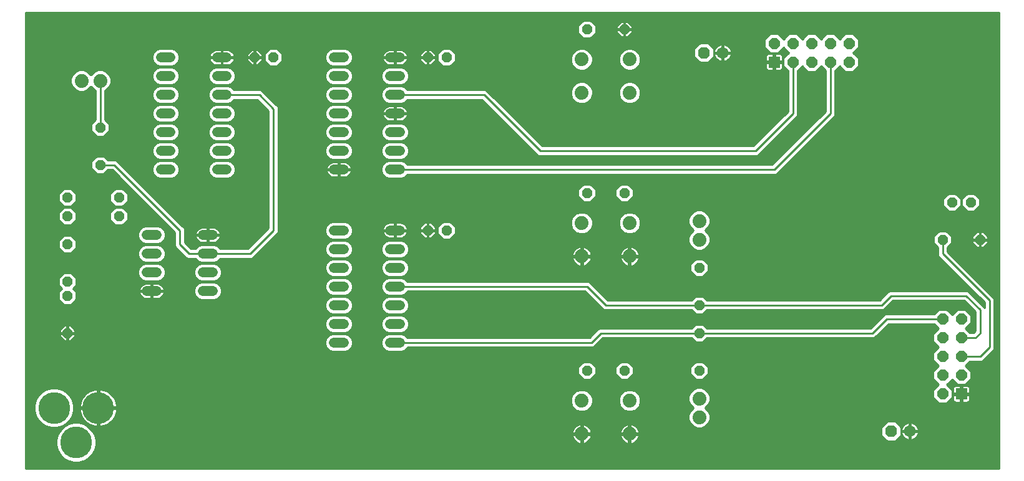
<source format=gbl>
G75*
%MOIN*%
%OFA0B0*%
%FSLAX24Y24*%
%IPPOS*%
%LPD*%
%AMOC8*
5,1,8,0,0,1.08239X$1,22.5*
%
%ADD10R,0.0600X0.0600*%
%ADD11OC8,0.0600*%
%ADD12C,0.0520*%
%ADD13C,0.0740*%
%ADD14OC8,0.0520*%
%ADD15OC8,0.0630*%
%ADD16C,0.0630*%
%ADD17C,0.1700*%
%ADD18C,0.0100*%
D10*
X042000Y022350D03*
X052000Y004600D03*
D11*
X051000Y004600D03*
X051000Y005600D03*
X052000Y005600D03*
X052000Y006600D03*
X051000Y006600D03*
X051000Y007600D03*
X052000Y007600D03*
X052000Y008600D03*
X051000Y008600D03*
X046000Y022350D03*
X045000Y022350D03*
X044000Y022350D03*
X043000Y022350D03*
X043000Y023350D03*
X042000Y023350D03*
X044000Y023350D03*
X045000Y023350D03*
X046000Y023350D03*
D12*
X022010Y022600D02*
X021490Y022600D01*
X021490Y021600D02*
X022010Y021600D01*
X022010Y020600D02*
X021490Y020600D01*
X021490Y019600D02*
X022010Y019600D01*
X022010Y018600D02*
X021490Y018600D01*
X021490Y017600D02*
X022010Y017600D01*
X022010Y016600D02*
X021490Y016600D01*
X019010Y016600D02*
X018490Y016600D01*
X018490Y017600D02*
X019010Y017600D01*
X019010Y018600D02*
X018490Y018600D01*
X018490Y019600D02*
X019010Y019600D01*
X019010Y020600D02*
X018490Y020600D01*
X018490Y021600D02*
X019010Y021600D01*
X019010Y022600D02*
X018490Y022600D01*
X012760Y022600D02*
X012240Y022600D01*
X012240Y021600D02*
X012760Y021600D01*
X012760Y020600D02*
X012240Y020600D01*
X012240Y019600D02*
X012760Y019600D01*
X012760Y018600D02*
X012240Y018600D01*
X012240Y017600D02*
X012760Y017600D01*
X012760Y016600D02*
X012240Y016600D01*
X009760Y016600D02*
X009240Y016600D01*
X009240Y017600D02*
X009760Y017600D01*
X009760Y018600D02*
X009240Y018600D01*
X009240Y019600D02*
X009760Y019600D01*
X009760Y020600D02*
X009240Y020600D01*
X009240Y021600D02*
X009760Y021600D01*
X009760Y022600D02*
X009240Y022600D01*
X018490Y013350D02*
X019010Y013350D01*
X019010Y012350D02*
X018490Y012350D01*
X018490Y011350D02*
X019010Y011350D01*
X019010Y010350D02*
X018490Y010350D01*
X018490Y009350D02*
X019010Y009350D01*
X019010Y008350D02*
X018490Y008350D01*
X018490Y007350D02*
X019010Y007350D01*
X021490Y007350D02*
X022010Y007350D01*
X022010Y008350D02*
X021490Y008350D01*
X021490Y009350D02*
X022010Y009350D01*
X022010Y010350D02*
X021490Y010350D01*
X021490Y011350D02*
X022010Y011350D01*
X022010Y012350D02*
X021490Y012350D01*
X021490Y013350D02*
X022010Y013350D01*
X012010Y013100D02*
X011490Y013100D01*
X011490Y012100D02*
X012010Y012100D01*
X012010Y011100D02*
X011490Y011100D01*
X011490Y010100D02*
X012010Y010100D01*
X009010Y010100D02*
X008490Y010100D01*
X008490Y011100D02*
X009010Y011100D01*
X009010Y012100D02*
X008490Y012100D01*
X008490Y013100D02*
X009010Y013100D01*
D13*
X006000Y021350D03*
X005000Y021350D03*
X031720Y020710D03*
X034280Y020710D03*
X034280Y022490D03*
X031720Y022490D03*
X038000Y013850D03*
X038000Y012850D03*
X034280Y011960D03*
X031720Y011960D03*
X031720Y013740D03*
X034280Y013740D03*
X038000Y004350D03*
X038000Y003350D03*
X034280Y002460D03*
X031720Y002460D03*
X031720Y004240D03*
X034280Y004240D03*
D14*
X034000Y005850D03*
X032000Y005850D03*
X038000Y005850D03*
X038000Y007850D03*
X038000Y009350D03*
X038000Y011350D03*
X034000Y015350D03*
X032000Y015350D03*
X024500Y013350D03*
X023500Y013350D03*
X007000Y014100D03*
X007000Y015100D03*
X004250Y015100D03*
X004250Y014100D03*
X004250Y012600D03*
X004250Y010600D03*
X004250Y009850D03*
X004250Y007850D03*
X006000Y016850D03*
X006000Y018850D03*
X014250Y022600D03*
X015250Y022600D03*
X023500Y022600D03*
X024500Y022600D03*
X032000Y024100D03*
X034000Y024100D03*
X051500Y014850D03*
X052500Y014850D03*
X053000Y012850D03*
X051000Y012850D03*
D15*
X038250Y022850D03*
X048250Y002600D03*
D16*
X049250Y002600D03*
X039250Y022850D03*
D17*
X005894Y003850D03*
X003531Y003850D03*
X004713Y002000D03*
D18*
X002000Y000600D02*
X002000Y025020D01*
X054000Y025020D01*
X054000Y000600D01*
X002000Y000600D01*
X002000Y000691D02*
X054000Y000691D01*
X054000Y000790D02*
X002000Y000790D01*
X002000Y000888D02*
X054000Y000888D01*
X054000Y000987D02*
X005027Y000987D01*
X005122Y001012D02*
X005363Y001151D01*
X005561Y001349D01*
X005700Y001590D01*
X005773Y001860D01*
X005773Y002139D01*
X005700Y002409D01*
X005561Y002650D01*
X005363Y002848D01*
X005122Y002987D01*
X004852Y003060D01*
X004573Y003060D01*
X004303Y002987D01*
X004062Y002848D01*
X003864Y002650D01*
X003725Y002409D01*
X003653Y002139D01*
X003653Y001860D01*
X003725Y001590D01*
X003864Y001349D01*
X004062Y001151D01*
X004303Y001012D01*
X004573Y000940D01*
X004852Y000940D01*
X005122Y001012D01*
X005248Y001085D02*
X054000Y001085D01*
X054000Y001184D02*
X005396Y001184D01*
X005494Y001282D02*
X054000Y001282D01*
X054000Y001381D02*
X005579Y001381D01*
X005636Y001479D02*
X054000Y001479D01*
X054000Y001578D02*
X005693Y001578D01*
X005723Y001676D02*
X054000Y001676D01*
X054000Y001775D02*
X005750Y001775D01*
X005773Y001873D02*
X054000Y001873D01*
X054000Y001972D02*
X034459Y001972D01*
X034480Y001978D02*
X034553Y002015D01*
X034619Y002063D01*
X034677Y002121D01*
X034725Y002187D01*
X034762Y002260D01*
X034787Y002338D01*
X034799Y002410D01*
X034330Y002410D01*
X034330Y002510D01*
X034799Y002510D01*
X034787Y002582D01*
X034762Y002660D01*
X034725Y002733D01*
X034677Y002799D01*
X034619Y002857D01*
X034553Y002905D01*
X034480Y002942D01*
X034402Y002967D01*
X034330Y002979D01*
X034330Y002510D01*
X034230Y002510D01*
X034230Y002979D01*
X034158Y002967D01*
X034080Y002942D01*
X034007Y002905D01*
X033941Y002857D01*
X033883Y002799D01*
X033835Y002733D01*
X033798Y002660D01*
X033773Y002582D01*
X033761Y002510D01*
X034230Y002510D01*
X034230Y002410D01*
X034330Y002410D01*
X034330Y001941D01*
X034402Y001953D01*
X034480Y001978D01*
X034330Y001972D02*
X034230Y001972D01*
X034230Y001941D02*
X034230Y002410D01*
X033761Y002410D01*
X033773Y002338D01*
X033798Y002260D01*
X033835Y002187D01*
X033883Y002121D01*
X033941Y002063D01*
X034007Y002015D01*
X034080Y001978D01*
X034158Y001953D01*
X034230Y001941D01*
X034230Y002070D02*
X034330Y002070D01*
X034330Y002169D02*
X034230Y002169D01*
X034230Y002267D02*
X034330Y002267D01*
X034330Y002366D02*
X034230Y002366D01*
X034230Y002464D02*
X031770Y002464D01*
X031770Y002510D02*
X032239Y002510D01*
X032227Y002582D01*
X032202Y002660D01*
X032165Y002733D01*
X032117Y002799D01*
X032059Y002857D01*
X031993Y002905D01*
X031920Y002942D01*
X031842Y002967D01*
X031770Y002979D01*
X031770Y002510D01*
X031770Y002410D01*
X032239Y002410D01*
X032227Y002338D01*
X032202Y002260D01*
X032165Y002187D01*
X032117Y002121D01*
X032059Y002063D01*
X031993Y002015D01*
X031920Y001978D01*
X031842Y001953D01*
X031770Y001941D01*
X031770Y002410D01*
X031670Y002410D01*
X031670Y001941D01*
X031598Y001953D01*
X031520Y001978D01*
X031447Y002015D01*
X031381Y002063D01*
X031323Y002121D01*
X031275Y002187D01*
X031238Y002260D01*
X031213Y002338D01*
X031201Y002410D01*
X031670Y002410D01*
X031670Y002510D01*
X031670Y002979D01*
X031598Y002967D01*
X031520Y002942D01*
X031447Y002905D01*
X031381Y002857D01*
X031323Y002799D01*
X031275Y002733D01*
X031238Y002660D01*
X031213Y002582D01*
X031201Y002510D01*
X031670Y002510D01*
X031770Y002510D01*
X031770Y002563D02*
X031670Y002563D01*
X031670Y002661D02*
X031770Y002661D01*
X031770Y002760D02*
X031670Y002760D01*
X031670Y002858D02*
X031770Y002858D01*
X031770Y002957D02*
X031670Y002957D01*
X031565Y002957D02*
X006343Y002957D01*
X006378Y002973D02*
X006473Y003033D01*
X006561Y003103D01*
X006641Y003183D01*
X006711Y003270D01*
X006770Y003366D01*
X006819Y003467D01*
X006856Y003573D01*
X006881Y003682D01*
X006894Y003794D01*
X006894Y003800D01*
X005944Y003800D01*
X005944Y003900D01*
X006894Y003900D01*
X006894Y003906D01*
X006881Y004018D01*
X006856Y004127D01*
X006819Y004233D01*
X006770Y004334D01*
X006711Y004430D01*
X006641Y004517D01*
X006561Y004597D01*
X006473Y004667D01*
X006378Y004727D01*
X006277Y004775D01*
X006171Y004812D01*
X006061Y004837D01*
X005950Y004850D01*
X005944Y004850D01*
X005944Y003900D01*
X005844Y003900D01*
X005844Y004850D01*
X005838Y004850D01*
X005726Y004837D01*
X005616Y004812D01*
X005510Y004775D01*
X005409Y004727D01*
X005314Y004667D01*
X005226Y004597D01*
X005147Y004517D01*
X005077Y004430D01*
X005017Y004334D01*
X004968Y004233D01*
X004931Y004127D01*
X004906Y004018D01*
X004894Y003906D01*
X004894Y003900D01*
X005844Y003900D01*
X005844Y003800D01*
X005944Y003800D01*
X005944Y002850D01*
X005950Y002850D01*
X006061Y002863D01*
X006171Y002888D01*
X006277Y002925D01*
X006378Y002973D01*
X006501Y003055D02*
X037494Y003055D01*
X037508Y003021D02*
X037671Y002858D01*
X037885Y002770D01*
X038115Y002770D01*
X038329Y002858D01*
X038492Y003021D01*
X038580Y003235D01*
X038580Y003465D01*
X038492Y003679D01*
X038329Y003842D01*
X038309Y003850D01*
X038329Y003858D01*
X038492Y004021D01*
X038580Y004235D01*
X038580Y004465D01*
X038492Y004679D01*
X038329Y004842D01*
X038115Y004930D01*
X037885Y004930D01*
X037671Y004842D01*
X037508Y004679D01*
X037420Y004465D01*
X037420Y004235D01*
X037508Y004021D01*
X037671Y003858D01*
X037691Y003850D01*
X037671Y003842D01*
X037508Y003679D01*
X037420Y003465D01*
X037420Y003235D01*
X037508Y003021D01*
X037573Y002957D02*
X034435Y002957D01*
X034330Y002957D02*
X034230Y002957D01*
X034230Y002858D02*
X034330Y002858D01*
X034330Y002760D02*
X034230Y002760D01*
X034230Y002661D02*
X034330Y002661D01*
X034330Y002563D02*
X034230Y002563D01*
X034330Y002464D02*
X047725Y002464D01*
X047725Y002383D02*
X048033Y002075D01*
X048467Y002075D01*
X048775Y002383D01*
X048775Y002817D01*
X048467Y003125D01*
X048033Y003125D01*
X047725Y002817D01*
X047725Y002383D01*
X047742Y002366D02*
X034792Y002366D01*
X034764Y002267D02*
X047841Y002267D01*
X047939Y002169D02*
X034711Y002169D01*
X034625Y002070D02*
X054000Y002070D01*
X054000Y002169D02*
X049427Y002169D01*
X049428Y002169D02*
X049494Y002202D01*
X049553Y002245D01*
X049605Y002297D01*
X049648Y002356D01*
X049681Y002422D01*
X049704Y002491D01*
X049715Y002563D01*
X049715Y002570D01*
X049280Y002570D01*
X049280Y002630D01*
X049715Y002630D01*
X049715Y002637D01*
X049704Y002709D01*
X049681Y002778D01*
X049648Y002844D01*
X049605Y002903D01*
X049553Y002955D01*
X049494Y002998D01*
X049428Y003031D01*
X049359Y003054D01*
X049287Y003065D01*
X049280Y003065D01*
X049280Y002630D01*
X049220Y002630D01*
X049220Y003065D01*
X049213Y003065D01*
X049141Y003054D01*
X049072Y003031D01*
X049006Y002998D01*
X048947Y002955D01*
X048895Y002903D01*
X048852Y002844D01*
X048819Y002778D01*
X048796Y002709D01*
X048785Y002637D01*
X048785Y002630D01*
X049220Y002630D01*
X049220Y002570D01*
X049280Y002570D01*
X049280Y002135D01*
X049287Y002135D01*
X049359Y002146D01*
X049428Y002169D01*
X049280Y002169D02*
X049220Y002169D01*
X049220Y002135D02*
X049220Y002570D01*
X048785Y002570D01*
X048785Y002563D01*
X048796Y002491D01*
X048819Y002422D01*
X048852Y002356D01*
X048895Y002297D01*
X048947Y002245D01*
X049006Y002202D01*
X049072Y002169D01*
X049141Y002146D01*
X049213Y002135D01*
X049220Y002135D01*
X049220Y002267D02*
X049280Y002267D01*
X049280Y002366D02*
X049220Y002366D01*
X049220Y002464D02*
X049280Y002464D01*
X049280Y002563D02*
X049220Y002563D01*
X049220Y002661D02*
X049280Y002661D01*
X049280Y002760D02*
X049220Y002760D01*
X049220Y002858D02*
X049280Y002858D01*
X049280Y002957D02*
X049220Y002957D01*
X049220Y003055D02*
X049280Y003055D01*
X049350Y003055D02*
X054000Y003055D01*
X054000Y002957D02*
X049550Y002957D01*
X049637Y002858D02*
X054000Y002858D01*
X054000Y002760D02*
X049687Y002760D01*
X049711Y002661D02*
X054000Y002661D01*
X054000Y002563D02*
X049715Y002563D01*
X049695Y002464D02*
X054000Y002464D01*
X054000Y002366D02*
X049652Y002366D01*
X049575Y002267D02*
X054000Y002267D01*
X054000Y003154D02*
X038546Y003154D01*
X038580Y003252D02*
X054000Y003252D01*
X054000Y003351D02*
X038580Y003351D01*
X038580Y003449D02*
X054000Y003449D01*
X054000Y003548D02*
X038546Y003548D01*
X038505Y003646D02*
X054000Y003646D01*
X054000Y003745D02*
X038426Y003745D01*
X038325Y003843D02*
X054000Y003843D01*
X054000Y003942D02*
X038412Y003942D01*
X038499Y004040D02*
X054000Y004040D01*
X054000Y004139D02*
X051260Y004139D01*
X051211Y004090D02*
X051510Y004389D01*
X051510Y004811D01*
X051221Y005100D01*
X051500Y005379D01*
X051789Y005090D01*
X052211Y005090D01*
X052510Y005389D01*
X052510Y005811D01*
X052221Y006100D01*
X052461Y006340D01*
X053052Y006340D01*
X053147Y006380D01*
X053220Y006453D01*
X053720Y006953D01*
X053760Y007048D01*
X053760Y009652D01*
X053720Y009747D01*
X053647Y009820D01*
X051260Y012208D01*
X051260Y012445D01*
X051470Y012655D01*
X051470Y013045D01*
X051195Y013320D01*
X050805Y013320D01*
X050530Y013045D01*
X050530Y012655D01*
X050740Y012445D01*
X050740Y012048D01*
X050780Y011953D01*
X053240Y009492D01*
X053240Y009200D01*
X053220Y009247D01*
X053147Y009320D01*
X052397Y010070D01*
X052302Y010110D01*
X048198Y010110D01*
X048103Y010070D01*
X048030Y009997D01*
X047642Y009610D01*
X038405Y009610D01*
X038195Y009820D01*
X037805Y009820D01*
X037595Y009610D01*
X033108Y009610D01*
X032147Y010570D01*
X032052Y010610D01*
X022411Y010610D01*
X022408Y010616D01*
X022276Y010748D01*
X022103Y010820D01*
X021397Y010820D01*
X021224Y010748D01*
X021092Y010616D01*
X021020Y010443D01*
X019480Y010443D01*
X019408Y010616D01*
X019276Y010748D01*
X019103Y010820D01*
X018397Y010820D01*
X018224Y010748D01*
X018092Y010616D01*
X018020Y010443D01*
X012332Y010443D01*
X012276Y010498D02*
X012408Y010366D01*
X012480Y010193D01*
X012480Y010007D01*
X012408Y009834D01*
X012276Y009702D01*
X012103Y009630D01*
X011397Y009630D01*
X011224Y009702D01*
X011092Y009834D01*
X011020Y010007D01*
X011020Y010193D01*
X011092Y010366D01*
X011224Y010498D01*
X011397Y010570D01*
X012103Y010570D01*
X012276Y010498D01*
X012173Y010541D02*
X018060Y010541D01*
X018020Y010443D02*
X018020Y010257D01*
X018092Y010084D01*
X018224Y009952D01*
X018397Y009880D01*
X019103Y009880D01*
X019276Y009952D01*
X019408Y010084D01*
X019480Y010257D01*
X019480Y010443D01*
X019480Y010344D02*
X021020Y010344D01*
X021020Y010257D02*
X021092Y010084D01*
X021224Y009952D01*
X021397Y009880D01*
X022103Y009880D01*
X022276Y009952D01*
X022408Y010084D01*
X022411Y010090D01*
X031892Y010090D01*
X032780Y009203D01*
X032853Y009130D01*
X032948Y009090D01*
X037595Y009090D01*
X037805Y008880D01*
X038195Y008880D01*
X038405Y009090D01*
X047802Y009090D01*
X047897Y009130D01*
X048358Y009590D01*
X052142Y009590D01*
X052740Y008992D01*
X052740Y007958D01*
X052642Y007860D01*
X052461Y007860D01*
X052221Y008100D01*
X052510Y008389D01*
X052510Y008811D01*
X052211Y009110D01*
X051789Y009110D01*
X051500Y008821D01*
X051211Y009110D01*
X050789Y009110D01*
X050539Y008860D01*
X047948Y008860D01*
X047853Y008820D01*
X047780Y008747D01*
X047142Y008110D01*
X038405Y008110D01*
X038195Y008320D01*
X037805Y008320D01*
X037595Y008110D01*
X032698Y008110D01*
X032603Y008070D01*
X032530Y007997D01*
X032142Y007610D01*
X022411Y007610D01*
X022408Y007616D01*
X022276Y007748D01*
X022103Y007820D01*
X021397Y007820D01*
X021224Y007748D01*
X021092Y007616D01*
X021020Y007443D01*
X021020Y007257D01*
X021092Y007084D01*
X021224Y006952D01*
X021397Y006880D01*
X022103Y006880D01*
X022276Y006952D01*
X022408Y007084D01*
X022411Y007090D01*
X032302Y007090D01*
X032397Y007130D01*
X032858Y007590D01*
X037595Y007590D01*
X037805Y007380D01*
X038195Y007380D01*
X038405Y007590D01*
X047302Y007590D01*
X047397Y007630D01*
X048108Y008340D01*
X050539Y008340D01*
X050779Y008100D01*
X050490Y007811D01*
X050490Y007389D01*
X038204Y007389D01*
X038302Y007488D02*
X050490Y007488D01*
X050490Y007586D02*
X038401Y007586D01*
X038000Y007850D02*
X047250Y007850D01*
X048000Y008600D01*
X051000Y008600D01*
X050603Y008276D02*
X048043Y008276D01*
X047945Y008177D02*
X050702Y008177D01*
X050757Y008079D02*
X047846Y008079D01*
X047748Y007980D02*
X050659Y007980D01*
X050560Y007882D02*
X047649Y007882D01*
X047551Y007783D02*
X050490Y007783D01*
X050490Y007685D02*
X047452Y007685D01*
X047209Y008177D02*
X038338Y008177D01*
X038239Y008276D02*
X047308Y008276D01*
X047406Y008374D02*
X022480Y008374D01*
X022480Y008443D02*
X022480Y008257D01*
X022408Y008084D01*
X022276Y007952D01*
X022103Y007880D01*
X021397Y007880D01*
X021224Y007952D01*
X021092Y008084D01*
X021020Y008257D01*
X021020Y008443D01*
X021092Y008616D01*
X021224Y008748D01*
X021397Y008820D01*
X022103Y008820D01*
X022276Y008748D01*
X022408Y008616D01*
X022480Y008443D01*
X022468Y008473D02*
X047505Y008473D01*
X047603Y008571D02*
X022427Y008571D01*
X022355Y008670D02*
X047702Y008670D01*
X047800Y008768D02*
X022229Y008768D01*
X022103Y008880D02*
X022276Y008952D01*
X022408Y009084D01*
X022480Y009257D01*
X022480Y009443D01*
X022408Y009616D01*
X022276Y009748D01*
X022103Y009820D01*
X021397Y009820D01*
X021224Y009748D01*
X021092Y009616D01*
X021020Y009443D01*
X021020Y009257D01*
X021092Y009084D01*
X021224Y008952D01*
X021397Y008880D01*
X022103Y008880D01*
X022290Y008965D02*
X037720Y008965D01*
X037622Y009064D02*
X022388Y009064D01*
X022441Y009162D02*
X032820Y009162D01*
X032722Y009261D02*
X022480Y009261D01*
X022480Y009359D02*
X032623Y009359D01*
X032525Y009458D02*
X022474Y009458D01*
X022433Y009556D02*
X032426Y009556D01*
X032328Y009655D02*
X022370Y009655D01*
X022265Y009753D02*
X032229Y009753D01*
X032131Y009852D02*
X012416Y009852D01*
X012457Y009950D02*
X018227Y009950D01*
X018127Y010049D02*
X012480Y010049D01*
X012480Y010147D02*
X018065Y010147D01*
X018025Y010246D02*
X012458Y010246D01*
X012418Y010344D02*
X018020Y010344D01*
X018115Y010640D02*
X012126Y010640D01*
X012103Y010630D02*
X012276Y010702D01*
X012408Y010834D01*
X012480Y011007D01*
X012480Y011193D01*
X012408Y011366D01*
X012276Y011498D01*
X012103Y011570D01*
X011397Y011570D01*
X011224Y011498D01*
X011092Y011366D01*
X011020Y011193D01*
X011020Y011007D01*
X011092Y010834D01*
X011224Y010702D01*
X011397Y010630D01*
X012103Y010630D01*
X012313Y010738D02*
X018213Y010738D01*
X018264Y010935D02*
X012450Y010935D01*
X012480Y011034D02*
X018142Y011034D01*
X018092Y011084D02*
X018224Y010952D01*
X018397Y010880D01*
X019103Y010880D01*
X019276Y010952D01*
X019408Y011084D01*
X019480Y011257D01*
X019480Y011443D01*
X019408Y011616D01*
X019276Y011748D01*
X019103Y011820D01*
X018397Y011820D01*
X018224Y011748D01*
X018092Y011616D01*
X018020Y011443D01*
X018020Y011257D01*
X018092Y011084D01*
X018072Y011132D02*
X012480Y011132D01*
X012465Y011231D02*
X018031Y011231D01*
X018020Y011329D02*
X012424Y011329D01*
X012347Y011428D02*
X018020Y011428D01*
X018054Y011526D02*
X012210Y011526D01*
X012103Y011630D02*
X012276Y011702D01*
X012408Y011834D01*
X012411Y011840D01*
X014052Y011840D01*
X014147Y011880D01*
X014220Y011953D01*
X015470Y013203D01*
X015510Y013298D01*
X015510Y019902D01*
X015470Y019997D01*
X015397Y020070D01*
X014647Y020820D01*
X014552Y020860D01*
X013161Y020860D01*
X013158Y020866D01*
X013026Y020998D01*
X012853Y021070D01*
X012147Y021070D01*
X011974Y020998D01*
X011842Y020866D01*
X011770Y020693D01*
X011770Y020507D01*
X011842Y020334D01*
X011974Y020202D01*
X012147Y020130D01*
X012853Y020130D01*
X013026Y020202D01*
X013158Y020334D01*
X013161Y020340D01*
X014392Y020340D01*
X014990Y019742D01*
X014990Y013458D01*
X013892Y012360D01*
X012411Y012360D01*
X012408Y012366D01*
X012276Y012498D01*
X012103Y012570D01*
X011397Y012570D01*
X011224Y012498D01*
X011092Y012366D01*
X011089Y012360D01*
X010858Y012360D01*
X010510Y012708D01*
X011370Y012708D01*
X011394Y012700D02*
X011458Y012690D01*
X011720Y012690D01*
X011720Y013070D01*
X011780Y013070D01*
X011780Y013130D01*
X011720Y013130D01*
X011720Y013510D01*
X011458Y013510D01*
X011394Y013500D01*
X011333Y013480D01*
X011275Y013451D01*
X011223Y013413D01*
X011177Y013367D01*
X011139Y013315D01*
X011110Y013257D01*
X011090Y013196D01*
X011080Y013132D01*
X011080Y013130D01*
X011720Y013130D01*
X011720Y013070D01*
X011080Y013070D01*
X011080Y013068D01*
X011090Y013004D01*
X011110Y012943D01*
X011139Y012885D01*
X011177Y012833D01*
X011223Y012787D01*
X011275Y012749D01*
X011333Y012720D01*
X011394Y012700D01*
X011204Y012807D02*
X010510Y012807D01*
X010510Y012905D02*
X011129Y012905D01*
X011090Y013004D02*
X010510Y013004D01*
X010510Y013102D02*
X011720Y013102D01*
X011780Y013102D02*
X014634Y013102D01*
X014536Y013004D02*
X012410Y013004D01*
X012420Y013068D01*
X012420Y013070D01*
X011780Y013070D01*
X011780Y012690D01*
X012042Y012690D01*
X012106Y012700D01*
X012167Y012720D01*
X012225Y012749D01*
X012277Y012787D01*
X012323Y012833D01*
X012361Y012885D01*
X012390Y012943D01*
X012410Y013004D01*
X012371Y012905D02*
X014437Y012905D01*
X014339Y012807D02*
X012296Y012807D01*
X012130Y012708D02*
X014240Y012708D01*
X014142Y012610D02*
X010608Y012610D01*
X010510Y012708D02*
X010510Y013402D01*
X010470Y013497D01*
X010397Y013570D01*
X006897Y017070D01*
X006802Y017110D01*
X006405Y017110D01*
X006195Y017320D01*
X005805Y017320D01*
X005530Y017045D01*
X005530Y016655D01*
X005805Y016380D01*
X006195Y016380D01*
X006405Y016590D01*
X006642Y016590D01*
X009990Y013242D01*
X009990Y012548D01*
X010030Y012453D01*
X010530Y011953D01*
X010603Y011880D01*
X010698Y011840D01*
X011089Y011840D01*
X011092Y011834D01*
X011224Y011702D01*
X011397Y011630D01*
X012103Y011630D01*
X012298Y011723D02*
X018198Y011723D01*
X018100Y011625D02*
X002000Y011625D01*
X002000Y011723D02*
X008202Y011723D01*
X008224Y011702D02*
X008397Y011630D01*
X009103Y011630D01*
X009276Y011702D01*
X009408Y011834D01*
X009480Y012007D01*
X009480Y012193D01*
X009408Y012366D01*
X009276Y012498D01*
X009103Y012570D01*
X008397Y012570D01*
X008224Y012498D01*
X008092Y012366D01*
X008020Y012193D01*
X008020Y012007D01*
X008092Y011834D01*
X008224Y011702D01*
X008104Y011822D02*
X002000Y011822D01*
X002000Y011920D02*
X008056Y011920D01*
X008020Y012019D02*
X002000Y012019D01*
X002000Y012117D02*
X008020Y012117D01*
X008029Y012216D02*
X004530Y012216D01*
X004445Y012130D02*
X004720Y012405D01*
X004720Y012795D01*
X004445Y013070D01*
X004055Y013070D01*
X003780Y012795D01*
X003780Y012405D01*
X004055Y012130D01*
X004445Y012130D01*
X004629Y012314D02*
X008070Y012314D01*
X008138Y012413D02*
X004720Y012413D01*
X004720Y012511D02*
X008254Y012511D01*
X008397Y012630D02*
X008224Y012702D01*
X008092Y012834D01*
X008020Y013007D01*
X008020Y013193D01*
X008092Y013366D01*
X008224Y013498D01*
X008397Y013570D01*
X009103Y013570D01*
X009276Y013498D01*
X009408Y013366D01*
X009480Y013193D01*
X009480Y013007D01*
X009408Y012834D01*
X009276Y012702D01*
X009103Y012630D01*
X008397Y012630D01*
X008217Y012708D02*
X004720Y012708D01*
X004720Y012610D02*
X009990Y012610D01*
X009990Y012708D02*
X009283Y012708D01*
X009381Y012807D02*
X009990Y012807D01*
X009990Y012905D02*
X009438Y012905D01*
X009479Y013004D02*
X009990Y013004D01*
X009990Y013102D02*
X009480Y013102D01*
X009477Y013201D02*
X009990Y013201D01*
X009933Y013299D02*
X009436Y013299D01*
X009377Y013398D02*
X009835Y013398D01*
X009736Y013496D02*
X009279Y013496D01*
X009539Y013693D02*
X007258Y013693D01*
X007195Y013630D02*
X007470Y013905D01*
X007470Y014295D01*
X007195Y014570D01*
X006805Y014570D01*
X006530Y014295D01*
X006530Y013905D01*
X006805Y013630D01*
X007195Y013630D01*
X007356Y013792D02*
X009441Y013792D01*
X009342Y013890D02*
X007455Y013890D01*
X007470Y013989D02*
X009244Y013989D01*
X009145Y014087D02*
X007470Y014087D01*
X007470Y014186D02*
X009047Y014186D01*
X008948Y014284D02*
X007470Y014284D01*
X007382Y014383D02*
X008850Y014383D01*
X008751Y014481D02*
X007284Y014481D01*
X007195Y014630D02*
X006805Y014630D01*
X006530Y014905D01*
X006530Y015295D01*
X006805Y015570D01*
X007195Y015570D01*
X007470Y015295D01*
X007470Y014905D01*
X007195Y014630D01*
X007243Y014678D02*
X008554Y014678D01*
X008456Y014777D02*
X007341Y014777D01*
X007440Y014875D02*
X008357Y014875D01*
X008259Y014974D02*
X007470Y014974D01*
X007470Y015072D02*
X008160Y015072D01*
X008062Y015171D02*
X007470Y015171D01*
X007470Y015269D02*
X007963Y015269D01*
X007865Y015368D02*
X007397Y015368D01*
X007299Y015466D02*
X007766Y015466D01*
X007668Y015565D02*
X007200Y015565D01*
X007471Y015762D02*
X002000Y015762D01*
X002000Y015860D02*
X007372Y015860D01*
X007274Y015959D02*
X002000Y015959D01*
X002000Y016057D02*
X007175Y016057D01*
X007077Y016156D02*
X002000Y016156D01*
X002000Y016254D02*
X006978Y016254D01*
X006880Y016353D02*
X002000Y016353D01*
X002000Y016451D02*
X005734Y016451D01*
X005636Y016550D02*
X002000Y016550D01*
X002000Y016648D02*
X005537Y016648D01*
X005530Y016747D02*
X002000Y016747D01*
X002000Y016845D02*
X005530Y016845D01*
X005530Y016944D02*
X002000Y016944D01*
X002000Y017042D02*
X005530Y017042D01*
X005626Y017141D02*
X002000Y017141D01*
X002000Y017239D02*
X005724Y017239D01*
X006276Y017239D02*
X008936Y017239D01*
X008974Y017202D02*
X009147Y017130D01*
X009853Y017130D01*
X010026Y017202D01*
X010158Y017334D01*
X010230Y017507D01*
X010230Y017693D01*
X010158Y017866D01*
X010026Y017998D01*
X009853Y018070D01*
X009147Y018070D01*
X008974Y017998D01*
X008842Y017866D01*
X008770Y017693D01*
X008770Y017507D01*
X008842Y017334D01*
X008974Y017202D01*
X009121Y017141D02*
X006374Y017141D01*
X006926Y017042D02*
X009079Y017042D01*
X009147Y017070D02*
X008974Y016998D01*
X008842Y016866D01*
X008770Y016693D01*
X008770Y016507D01*
X008842Y016334D01*
X008974Y016202D01*
X009147Y016130D01*
X009853Y016130D01*
X010026Y016202D01*
X010158Y016334D01*
X010230Y016507D01*
X010230Y016693D01*
X010158Y016866D01*
X010026Y016998D01*
X009853Y017070D01*
X009147Y017070D01*
X008919Y016944D02*
X007024Y016944D01*
X007123Y016845D02*
X008833Y016845D01*
X008792Y016747D02*
X007221Y016747D01*
X007320Y016648D02*
X008770Y016648D01*
X008770Y016550D02*
X007418Y016550D01*
X007517Y016451D02*
X008793Y016451D01*
X008834Y016353D02*
X007615Y016353D01*
X007714Y016254D02*
X008921Y016254D01*
X009085Y016156D02*
X007812Y016156D01*
X007911Y016057D02*
X014990Y016057D01*
X014990Y015959D02*
X008009Y015959D01*
X008108Y015860D02*
X014990Y015860D01*
X014990Y015762D02*
X008206Y015762D01*
X008305Y015663D02*
X014990Y015663D01*
X014990Y015565D02*
X008403Y015565D01*
X008502Y015466D02*
X014990Y015466D01*
X014990Y015368D02*
X008600Y015368D01*
X008699Y015269D02*
X014990Y015269D01*
X014990Y015171D02*
X008797Y015171D01*
X008896Y015072D02*
X014990Y015072D01*
X014990Y014974D02*
X008994Y014974D01*
X009093Y014875D02*
X014990Y014875D01*
X014990Y014777D02*
X009191Y014777D01*
X009290Y014678D02*
X014990Y014678D01*
X014990Y014580D02*
X009388Y014580D01*
X009487Y014481D02*
X014990Y014481D01*
X014990Y014383D02*
X009585Y014383D01*
X009684Y014284D02*
X014990Y014284D01*
X014990Y014186D02*
X009782Y014186D01*
X009881Y014087D02*
X014990Y014087D01*
X014990Y013989D02*
X009979Y013989D01*
X010078Y013890D02*
X014990Y013890D01*
X014990Y013792D02*
X010176Y013792D01*
X010275Y013693D02*
X014990Y013693D01*
X014990Y013595D02*
X010373Y013595D01*
X010471Y013496D02*
X011382Y013496D01*
X011208Y013398D02*
X010510Y013398D01*
X010510Y013299D02*
X011131Y013299D01*
X011092Y013201D02*
X010510Y013201D01*
X010250Y013350D02*
X010250Y012600D01*
X010750Y012100D01*
X011750Y012100D01*
X014000Y012100D01*
X015250Y013350D01*
X015250Y019850D01*
X014500Y020600D01*
X012500Y020600D01*
X011883Y020293D02*
X010117Y020293D01*
X010158Y020334D02*
X010230Y020507D01*
X010230Y020693D01*
X010158Y020866D01*
X010026Y020998D01*
X009853Y021070D01*
X009147Y021070D01*
X008974Y020998D01*
X008842Y020866D01*
X008770Y020693D01*
X008770Y020507D01*
X008842Y020334D01*
X008974Y020202D01*
X009147Y020130D01*
X009853Y020130D01*
X010026Y020202D01*
X010158Y020334D01*
X010182Y020391D02*
X011818Y020391D01*
X011777Y020490D02*
X010223Y020490D01*
X010230Y020588D02*
X011770Y020588D01*
X011770Y020687D02*
X010230Y020687D01*
X010192Y020785D02*
X011808Y020785D01*
X011859Y020884D02*
X010141Y020884D01*
X010043Y020982D02*
X011957Y020982D01*
X012028Y021179D02*
X009972Y021179D01*
X010026Y021202D02*
X010158Y021334D01*
X010230Y021507D01*
X010230Y021693D01*
X010158Y021866D01*
X010026Y021998D01*
X009853Y022070D01*
X009147Y022070D01*
X008974Y021998D01*
X008842Y021866D01*
X008770Y021693D01*
X008770Y021507D01*
X008842Y021334D01*
X008974Y021202D01*
X009147Y021130D01*
X009853Y021130D01*
X010026Y021202D01*
X010102Y021278D02*
X011898Y021278D01*
X011842Y021334D02*
X011974Y021202D01*
X012147Y021130D01*
X012853Y021130D01*
X013026Y021202D01*
X013158Y021334D01*
X013230Y021507D01*
X013230Y021693D01*
X013158Y021866D01*
X013026Y021998D01*
X012853Y022070D01*
X012147Y022070D01*
X011974Y021998D01*
X011842Y021866D01*
X011770Y021693D01*
X011770Y021507D01*
X011842Y021334D01*
X011824Y021376D02*
X010176Y021376D01*
X010217Y021475D02*
X011783Y021475D01*
X011770Y021573D02*
X010230Y021573D01*
X010230Y021672D02*
X011770Y021672D01*
X011802Y021770D02*
X010198Y021770D01*
X010156Y021869D02*
X011844Y021869D01*
X011942Y021967D02*
X010058Y021967D01*
X009864Y022066D02*
X012136Y022066D01*
X012144Y022200D02*
X012208Y022190D01*
X012470Y022190D01*
X012470Y022570D01*
X012530Y022570D01*
X012530Y022630D01*
X012470Y022630D01*
X012470Y023010D01*
X012208Y023010D01*
X012144Y023000D01*
X012083Y022980D01*
X012025Y022951D01*
X011973Y022913D01*
X011927Y022867D01*
X011889Y022815D01*
X011860Y022757D01*
X011840Y022696D01*
X011830Y022632D01*
X011830Y022630D01*
X012470Y022630D01*
X012470Y022570D01*
X011830Y022570D01*
X011830Y022568D01*
X011840Y022504D01*
X011860Y022443D01*
X011889Y022385D01*
X011927Y022333D01*
X011973Y022287D01*
X012025Y022249D01*
X012083Y022220D01*
X012144Y022200D01*
X012007Y022263D02*
X010087Y022263D01*
X010026Y022202D02*
X010158Y022334D01*
X010230Y022507D01*
X010230Y022693D01*
X010158Y022866D01*
X010026Y022998D01*
X009853Y023070D01*
X009147Y023070D01*
X008974Y022998D01*
X008842Y022866D01*
X008770Y022693D01*
X008770Y022507D01*
X008842Y022334D01*
X008974Y022202D01*
X009147Y022130D01*
X009853Y022130D01*
X010026Y022202D01*
X009936Y022164D02*
X015021Y022164D01*
X015055Y022130D02*
X015445Y022130D01*
X015720Y022405D01*
X015720Y022795D01*
X015445Y023070D01*
X015055Y023070D01*
X014780Y022795D01*
X014780Y022405D01*
X015055Y022130D01*
X014923Y022263D02*
X014492Y022263D01*
X014420Y022190D02*
X014660Y022430D01*
X014660Y022570D01*
X014280Y022570D01*
X014280Y022630D01*
X014660Y022630D01*
X014660Y022770D01*
X014420Y023010D01*
X014280Y023010D01*
X014280Y022630D01*
X014220Y022630D01*
X014220Y023010D01*
X014080Y023010D01*
X013840Y022770D01*
X013840Y022630D01*
X014220Y022630D01*
X014220Y022570D01*
X014280Y022570D01*
X014280Y022190D01*
X014420Y022190D01*
X014280Y022263D02*
X014220Y022263D01*
X014220Y022190D02*
X014080Y022190D01*
X013840Y022430D01*
X013840Y022570D01*
X014220Y022570D01*
X014220Y022190D01*
X014220Y022361D02*
X014280Y022361D01*
X014280Y022460D02*
X014220Y022460D01*
X014220Y022558D02*
X014280Y022558D01*
X014280Y022657D02*
X014220Y022657D01*
X014220Y022755D02*
X014280Y022755D01*
X014280Y022854D02*
X014220Y022854D01*
X014220Y022952D02*
X014280Y022952D01*
X014478Y022952D02*
X014937Y022952D01*
X014839Y022854D02*
X014576Y022854D01*
X014660Y022755D02*
X014780Y022755D01*
X014780Y022657D02*
X014660Y022657D01*
X014660Y022558D02*
X014780Y022558D01*
X014780Y022460D02*
X014660Y022460D01*
X014591Y022361D02*
X014824Y022361D01*
X015479Y022164D02*
X018314Y022164D01*
X018397Y022130D02*
X018224Y022202D01*
X018092Y022334D01*
X018020Y022507D01*
X018020Y022693D01*
X018092Y022866D01*
X018224Y022998D01*
X018397Y023070D01*
X019103Y023070D01*
X019276Y022998D01*
X019408Y022866D01*
X019480Y022693D01*
X019480Y022507D01*
X019408Y022334D01*
X019276Y022202D01*
X019103Y022130D01*
X018397Y022130D01*
X018397Y022070D02*
X018224Y021998D01*
X018092Y021866D01*
X018020Y021693D01*
X018020Y021507D01*
X018092Y021334D01*
X018224Y021202D01*
X018397Y021130D01*
X019103Y021130D01*
X019276Y021202D01*
X019408Y021334D01*
X019480Y021507D01*
X019480Y021693D01*
X019408Y021866D01*
X019276Y021998D01*
X019103Y022070D01*
X018397Y022070D01*
X018386Y022066D02*
X012864Y022066D01*
X012856Y022200D02*
X012917Y022220D01*
X012975Y022249D01*
X013027Y022287D01*
X013073Y022333D01*
X013111Y022385D01*
X013140Y022443D01*
X013160Y022504D01*
X013170Y022568D01*
X013170Y022570D01*
X012530Y022570D01*
X012530Y022190D01*
X012792Y022190D01*
X012856Y022200D01*
X012993Y022263D02*
X014008Y022263D01*
X013909Y022361D02*
X013093Y022361D01*
X013145Y022460D02*
X013840Y022460D01*
X013840Y022558D02*
X013168Y022558D01*
X013170Y022630D02*
X013170Y022632D01*
X013160Y022696D01*
X013140Y022757D01*
X013111Y022815D01*
X013073Y022867D01*
X013027Y022913D01*
X012975Y022951D01*
X012917Y022980D01*
X012856Y023000D01*
X012792Y023010D01*
X012530Y023010D01*
X012530Y022630D01*
X013170Y022630D01*
X013166Y022657D02*
X013840Y022657D01*
X013840Y022755D02*
X013141Y022755D01*
X013083Y022854D02*
X013924Y022854D01*
X014022Y022952D02*
X012972Y022952D01*
X012530Y022952D02*
X012470Y022952D01*
X012470Y022854D02*
X012530Y022854D01*
X012530Y022755D02*
X012470Y022755D01*
X012470Y022657D02*
X012530Y022657D01*
X012530Y022558D02*
X012470Y022558D01*
X012470Y022460D02*
X012530Y022460D01*
X012530Y022361D02*
X012470Y022361D01*
X012470Y022263D02*
X012530Y022263D01*
X011907Y022361D02*
X010170Y022361D01*
X010211Y022460D02*
X011855Y022460D01*
X011832Y022558D02*
X010230Y022558D01*
X010230Y022657D02*
X011834Y022657D01*
X011859Y022755D02*
X010204Y022755D01*
X010164Y022854D02*
X011917Y022854D01*
X012028Y022952D02*
X010073Y022952D01*
X009900Y023051D02*
X015036Y023051D01*
X015464Y023051D02*
X018350Y023051D01*
X018177Y022952D02*
X015563Y022952D01*
X015661Y022854D02*
X018086Y022854D01*
X018046Y022755D02*
X015720Y022755D01*
X015720Y022657D02*
X018020Y022657D01*
X018020Y022558D02*
X015720Y022558D01*
X015720Y022460D02*
X018039Y022460D01*
X018080Y022361D02*
X015676Y022361D01*
X015577Y022263D02*
X018163Y022263D01*
X018192Y021967D02*
X013058Y021967D01*
X013156Y021869D02*
X018094Y021869D01*
X018052Y021770D02*
X013198Y021770D01*
X013230Y021672D02*
X018020Y021672D01*
X018020Y021573D02*
X013230Y021573D01*
X013217Y021475D02*
X018033Y021475D01*
X018074Y021376D02*
X013176Y021376D01*
X013102Y021278D02*
X018148Y021278D01*
X018278Y021179D02*
X012972Y021179D01*
X013043Y020982D02*
X018207Y020982D01*
X018224Y020998D02*
X018092Y020866D01*
X018020Y020693D01*
X018020Y020507D01*
X018092Y020334D01*
X018224Y020202D01*
X018397Y020130D01*
X019103Y020130D01*
X019276Y020202D01*
X019408Y020334D01*
X019480Y020507D01*
X019480Y020693D01*
X019408Y020866D01*
X019276Y020998D01*
X019103Y021070D01*
X018397Y021070D01*
X018224Y020998D01*
X018109Y020884D02*
X013141Y020884D01*
X013117Y020293D02*
X014440Y020293D01*
X014538Y020194D02*
X013008Y020194D01*
X013026Y019998D02*
X012853Y020070D01*
X012147Y020070D01*
X011974Y019998D01*
X011842Y019866D01*
X011770Y019693D01*
X011770Y019507D01*
X011842Y019334D01*
X011974Y019202D01*
X012147Y019130D01*
X012853Y019130D01*
X013026Y019202D01*
X013158Y019334D01*
X013230Y019507D01*
X013230Y019693D01*
X013158Y019866D01*
X013026Y019998D01*
X013028Y019997D02*
X014735Y019997D01*
X014637Y020096D02*
X006260Y020096D01*
X006260Y020194D02*
X008992Y020194D01*
X008883Y020293D02*
X006260Y020293D01*
X006260Y020391D02*
X008818Y020391D01*
X008777Y020490D02*
X006260Y020490D01*
X006260Y020588D02*
X008770Y020588D01*
X008770Y020687D02*
X006260Y020687D01*
X006260Y020785D02*
X008808Y020785D01*
X008859Y020884D02*
X006354Y020884D01*
X006329Y020858D02*
X006492Y021021D01*
X006580Y021235D01*
X006580Y021465D01*
X006492Y021679D01*
X006329Y021842D01*
X006115Y021930D01*
X005885Y021930D01*
X005671Y021842D01*
X005508Y021679D01*
X005500Y021659D01*
X005492Y021679D01*
X005329Y021842D01*
X005115Y021930D01*
X004885Y021930D01*
X004671Y021842D01*
X004508Y021679D01*
X004420Y021465D01*
X004420Y021235D01*
X004508Y021021D01*
X004671Y020858D01*
X004885Y020770D01*
X005115Y020770D01*
X005329Y020858D01*
X005492Y021021D01*
X005500Y021041D01*
X005508Y021021D01*
X005671Y020858D01*
X005740Y020830D01*
X005740Y019255D01*
X005530Y019045D01*
X005530Y018655D01*
X005805Y018380D01*
X006195Y018380D01*
X006470Y018655D01*
X006470Y019045D01*
X006260Y019255D01*
X006260Y020830D01*
X006329Y020858D01*
X006452Y020982D02*
X008957Y020982D01*
X009028Y021179D02*
X006557Y021179D01*
X006580Y021278D02*
X008898Y021278D01*
X008824Y021376D02*
X006580Y021376D01*
X006576Y021475D02*
X008783Y021475D01*
X008770Y021573D02*
X006535Y021573D01*
X006495Y021672D02*
X008770Y021672D01*
X008802Y021770D02*
X006400Y021770D01*
X006264Y021869D02*
X008844Y021869D01*
X008942Y021967D02*
X002000Y021967D01*
X002000Y021869D02*
X004736Y021869D01*
X004600Y021770D02*
X002000Y021770D01*
X002000Y021672D02*
X004505Y021672D01*
X004465Y021573D02*
X002000Y021573D01*
X002000Y021475D02*
X004424Y021475D01*
X004420Y021376D02*
X002000Y021376D01*
X002000Y021278D02*
X004420Y021278D01*
X004443Y021179D02*
X002000Y021179D01*
X002000Y021081D02*
X004484Y021081D01*
X004548Y020982D02*
X002000Y020982D01*
X002000Y020884D02*
X004646Y020884D01*
X004848Y020785D02*
X002000Y020785D01*
X002000Y020687D02*
X005740Y020687D01*
X005740Y020785D02*
X005152Y020785D01*
X005354Y020884D02*
X005646Y020884D01*
X005548Y020982D02*
X005452Y020982D01*
X006000Y021350D02*
X006000Y018850D01*
X006334Y018520D02*
X008770Y018520D01*
X008770Y018507D02*
X008842Y018334D01*
X008974Y018202D01*
X009147Y018130D01*
X009853Y018130D01*
X010026Y018202D01*
X010158Y018334D01*
X010230Y018507D01*
X010230Y018693D01*
X010158Y018866D01*
X010026Y018998D01*
X009853Y019070D01*
X009147Y019070D01*
X008974Y018998D01*
X008842Y018866D01*
X008770Y018693D01*
X008770Y018507D01*
X008805Y018421D02*
X006236Y018421D01*
X006433Y018618D02*
X008770Y018618D01*
X008780Y018717D02*
X006470Y018717D01*
X006470Y018815D02*
X008820Y018815D01*
X008889Y018914D02*
X006470Y018914D01*
X006470Y019012D02*
X009007Y019012D01*
X009147Y019130D02*
X009853Y019130D01*
X010026Y019202D01*
X010158Y019334D01*
X010230Y019507D01*
X010230Y019693D01*
X010158Y019866D01*
X010026Y019998D01*
X009853Y020070D01*
X009147Y020070D01*
X008974Y019998D01*
X008842Y019866D01*
X008770Y019693D01*
X008770Y019507D01*
X008842Y019334D01*
X008974Y019202D01*
X009147Y019130D01*
X008966Y019209D02*
X006306Y019209D01*
X006260Y019308D02*
X008868Y019308D01*
X008812Y019406D02*
X006260Y019406D01*
X006260Y019505D02*
X008771Y019505D01*
X008770Y019603D02*
X006260Y019603D01*
X006260Y019702D02*
X008773Y019702D01*
X008814Y019800D02*
X006260Y019800D01*
X006260Y019899D02*
X008874Y019899D01*
X008972Y019997D02*
X006260Y019997D01*
X005740Y019997D02*
X002000Y019997D01*
X002000Y019899D02*
X005740Y019899D01*
X005740Y019800D02*
X002000Y019800D01*
X002000Y019702D02*
X005740Y019702D01*
X005740Y019603D02*
X002000Y019603D01*
X002000Y019505D02*
X005740Y019505D01*
X005740Y019406D02*
X002000Y019406D01*
X002000Y019308D02*
X005740Y019308D01*
X005694Y019209D02*
X002000Y019209D01*
X002000Y019111D02*
X005596Y019111D01*
X005530Y019012D02*
X002000Y019012D01*
X002000Y018914D02*
X005530Y018914D01*
X005530Y018815D02*
X002000Y018815D01*
X002000Y018717D02*
X005530Y018717D01*
X005567Y018618D02*
X002000Y018618D01*
X002000Y018520D02*
X005666Y018520D01*
X005764Y018421D02*
X002000Y018421D01*
X002000Y018323D02*
X008853Y018323D01*
X008951Y018224D02*
X002000Y018224D01*
X002000Y018126D02*
X014990Y018126D01*
X014990Y018224D02*
X013049Y018224D01*
X013026Y018202D02*
X013158Y018334D01*
X013230Y018507D01*
X013230Y018693D01*
X013158Y018866D01*
X013026Y018998D01*
X012853Y019070D01*
X012147Y019070D01*
X011974Y018998D01*
X011842Y018866D01*
X011770Y018693D01*
X011770Y018507D01*
X011842Y018334D01*
X011974Y018202D01*
X012147Y018130D01*
X012853Y018130D01*
X013026Y018202D01*
X013147Y018323D02*
X014990Y018323D01*
X014990Y018421D02*
X013195Y018421D01*
X013230Y018520D02*
X014990Y018520D01*
X014990Y018618D02*
X013230Y018618D01*
X013220Y018717D02*
X014990Y018717D01*
X014990Y018815D02*
X013180Y018815D01*
X013111Y018914D02*
X014990Y018914D01*
X014990Y019012D02*
X012993Y019012D01*
X013034Y019209D02*
X014990Y019209D01*
X014990Y019111D02*
X006404Y019111D01*
X005740Y020096D02*
X002000Y020096D01*
X002000Y020194D02*
X005740Y020194D01*
X005740Y020293D02*
X002000Y020293D01*
X002000Y020391D02*
X005740Y020391D01*
X005740Y020490D02*
X002000Y020490D01*
X002000Y020588D02*
X005740Y020588D01*
X006516Y021081D02*
X031270Y021081D01*
X031228Y021039D02*
X031140Y020825D01*
X031140Y020595D01*
X031228Y020381D01*
X031391Y020218D01*
X031605Y020130D01*
X031835Y020130D01*
X032049Y020218D01*
X032212Y020381D01*
X032300Y020595D01*
X032300Y020825D01*
X032212Y021039D01*
X032049Y021202D01*
X031835Y021290D01*
X031605Y021290D01*
X031391Y021202D01*
X031228Y021039D01*
X031205Y020982D02*
X022293Y020982D01*
X022276Y020998D02*
X022103Y021070D01*
X021397Y021070D01*
X021224Y020998D01*
X021092Y020866D01*
X021020Y020693D01*
X021020Y020507D01*
X021092Y020334D01*
X021224Y020202D01*
X021397Y020130D01*
X022103Y020130D01*
X022276Y020202D01*
X022408Y020334D01*
X022411Y020340D01*
X026392Y020340D01*
X029280Y017453D01*
X029353Y017380D01*
X029448Y017340D01*
X041052Y017340D01*
X041147Y017380D01*
X043147Y019380D01*
X043220Y019453D01*
X043260Y019548D01*
X043260Y021889D01*
X043500Y022129D01*
X043789Y021840D01*
X044211Y021840D01*
X044500Y022129D01*
X044740Y021889D01*
X044740Y019708D01*
X041892Y016860D01*
X022411Y016860D01*
X022408Y016866D01*
X022276Y016998D01*
X022103Y017070D01*
X021397Y017070D01*
X021224Y016998D01*
X021092Y016866D01*
X021020Y016693D01*
X021020Y016507D01*
X021092Y016334D01*
X021224Y016202D01*
X021397Y016130D01*
X022103Y016130D01*
X022276Y016202D01*
X022408Y016334D01*
X022411Y016340D01*
X042052Y016340D01*
X042147Y016380D01*
X045147Y019380D01*
X045220Y019453D01*
X045260Y019548D01*
X045260Y021889D01*
X045500Y022129D01*
X045789Y021840D01*
X046211Y021840D01*
X046510Y022139D01*
X046510Y022561D01*
X046221Y022850D01*
X046510Y023139D01*
X046510Y023561D01*
X046211Y023860D01*
X045789Y023860D01*
X045500Y023571D01*
X045211Y023860D01*
X044789Y023860D01*
X044500Y023571D01*
X044211Y023860D01*
X043789Y023860D01*
X043500Y023571D01*
X043211Y023860D01*
X042789Y023860D01*
X042500Y023571D01*
X042211Y023860D01*
X041789Y023860D01*
X041490Y023561D01*
X041490Y023139D01*
X041789Y022840D01*
X042211Y022840D01*
X042500Y023129D01*
X042779Y022850D01*
X042490Y022561D01*
X042490Y022139D01*
X042740Y021889D01*
X042740Y019708D01*
X040892Y017860D01*
X029608Y017860D01*
X026647Y020820D01*
X026552Y020860D01*
X022411Y020860D01*
X022408Y020866D01*
X022276Y020998D01*
X022391Y020884D02*
X031164Y020884D01*
X031140Y020785D02*
X026683Y020785D01*
X026781Y020687D02*
X031140Y020687D01*
X031143Y020588D02*
X026880Y020588D01*
X026978Y020490D02*
X031184Y020490D01*
X031224Y020391D02*
X027077Y020391D01*
X027175Y020293D02*
X031317Y020293D01*
X031450Y020194D02*
X027274Y020194D01*
X027372Y020096D02*
X042740Y020096D01*
X042740Y020194D02*
X034550Y020194D01*
X034609Y020218D02*
X034395Y020130D01*
X034165Y020130D01*
X033951Y020218D01*
X033788Y020381D01*
X033700Y020595D01*
X033700Y020825D01*
X033788Y021039D01*
X033951Y021202D01*
X034165Y021290D01*
X034395Y021290D01*
X034609Y021202D01*
X034772Y021039D01*
X034860Y020825D01*
X034860Y020595D01*
X034772Y020381D01*
X034609Y020218D01*
X034683Y020293D02*
X042740Y020293D01*
X042740Y020391D02*
X034776Y020391D01*
X034816Y020490D02*
X042740Y020490D01*
X042740Y020588D02*
X034857Y020588D01*
X034860Y020687D02*
X042740Y020687D01*
X042740Y020785D02*
X034860Y020785D01*
X034836Y020884D02*
X042740Y020884D01*
X042740Y020982D02*
X034795Y020982D01*
X034730Y021081D02*
X042740Y021081D01*
X042740Y021179D02*
X034631Y021179D01*
X034425Y021278D02*
X042740Y021278D01*
X042740Y021376D02*
X022426Y021376D01*
X022408Y021334D02*
X022480Y021507D01*
X022480Y021693D01*
X022408Y021866D01*
X022276Y021998D01*
X022103Y022070D01*
X021397Y022070D01*
X021224Y021998D01*
X021092Y021866D01*
X021020Y021693D01*
X021020Y021507D01*
X021092Y021334D01*
X021224Y021202D01*
X021397Y021130D01*
X022103Y021130D01*
X022276Y021202D01*
X022408Y021334D01*
X022352Y021278D02*
X031575Y021278D01*
X031369Y021179D02*
X022222Y021179D01*
X022467Y021475D02*
X042740Y021475D01*
X042740Y021573D02*
X022480Y021573D01*
X022480Y021672D02*
X042740Y021672D01*
X042740Y021770D02*
X022448Y021770D01*
X022406Y021869D02*
X042740Y021869D01*
X042662Y021967D02*
X042425Y021967D01*
X042420Y021958D02*
X042440Y021992D01*
X042450Y022030D01*
X042450Y022300D01*
X042050Y022300D01*
X042050Y022400D01*
X042450Y022400D01*
X042450Y022670D01*
X042440Y022708D01*
X042420Y022742D01*
X042392Y022770D01*
X042358Y022790D01*
X042320Y022800D01*
X042050Y022800D01*
X042050Y022400D01*
X041950Y022400D01*
X041950Y022800D01*
X041680Y022800D01*
X041642Y022790D01*
X041608Y022770D01*
X041580Y022742D01*
X041560Y022708D01*
X041550Y022670D01*
X041550Y022400D01*
X041950Y022400D01*
X041950Y022300D01*
X042050Y022300D01*
X042050Y021900D01*
X042320Y021900D01*
X042358Y021910D01*
X042392Y021930D01*
X042420Y021958D01*
X042450Y022066D02*
X042563Y022066D01*
X042490Y022164D02*
X042450Y022164D01*
X042450Y022263D02*
X042490Y022263D01*
X042490Y022361D02*
X042050Y022361D01*
X042050Y022263D02*
X041950Y022263D01*
X041950Y022300D02*
X041950Y021900D01*
X041680Y021900D01*
X041642Y021910D01*
X041608Y021930D01*
X041580Y021958D01*
X041560Y021992D01*
X041550Y022030D01*
X041550Y022300D01*
X041950Y022300D01*
X041950Y022361D02*
X038504Y022361D01*
X038467Y022325D02*
X038775Y022633D01*
X038775Y023067D01*
X038467Y023375D01*
X038033Y023375D01*
X037725Y023067D01*
X037725Y022633D01*
X038033Y022325D01*
X038467Y022325D01*
X038602Y022460D02*
X038996Y022460D01*
X039006Y022452D02*
X039072Y022419D01*
X039141Y022396D01*
X039213Y022385D01*
X039220Y022385D01*
X039220Y022820D01*
X039280Y022820D01*
X039280Y022880D01*
X039715Y022880D01*
X039715Y022887D01*
X039704Y022959D01*
X039681Y023028D01*
X039648Y023094D01*
X039605Y023153D01*
X039553Y023205D01*
X039494Y023248D01*
X039428Y023281D01*
X039359Y023304D01*
X039287Y023315D01*
X039280Y023315D01*
X039280Y022880D01*
X039220Y022880D01*
X039220Y023315D01*
X039213Y023315D01*
X039141Y023304D01*
X039072Y023281D01*
X039006Y023248D01*
X038947Y023205D01*
X038895Y023153D01*
X038852Y023094D01*
X038819Y023028D01*
X038796Y022959D01*
X038785Y022887D01*
X038785Y022880D01*
X039220Y022880D01*
X039220Y022820D01*
X038785Y022820D01*
X038785Y022813D01*
X038796Y022741D01*
X038819Y022672D01*
X038852Y022606D01*
X038895Y022547D01*
X038947Y022495D01*
X039006Y022452D01*
X038887Y022558D02*
X038701Y022558D01*
X038775Y022657D02*
X038827Y022657D01*
X038794Y022755D02*
X038775Y022755D01*
X038775Y022854D02*
X039220Y022854D01*
X039280Y022854D02*
X041775Y022854D01*
X041677Y022952D02*
X039705Y022952D01*
X039670Y023051D02*
X041578Y023051D01*
X041490Y023149D02*
X039607Y023149D01*
X039494Y023248D02*
X041490Y023248D01*
X041490Y023346D02*
X038496Y023346D01*
X038595Y023248D02*
X039006Y023248D01*
X038893Y023149D02*
X038693Y023149D01*
X038775Y023051D02*
X038830Y023051D01*
X038795Y022952D02*
X038775Y022952D01*
X039220Y022952D02*
X039280Y022952D01*
X039280Y023051D02*
X039220Y023051D01*
X039220Y023149D02*
X039280Y023149D01*
X039280Y023248D02*
X039220Y023248D01*
X039280Y022820D02*
X039715Y022820D01*
X039715Y022813D01*
X039704Y022741D01*
X039681Y022672D01*
X039648Y022606D01*
X039605Y022547D01*
X039553Y022495D01*
X039494Y022452D01*
X039428Y022419D01*
X039359Y022396D01*
X039287Y022385D01*
X039280Y022385D01*
X039280Y022820D01*
X039280Y022755D02*
X039220Y022755D01*
X039220Y022657D02*
X039280Y022657D01*
X039280Y022558D02*
X039220Y022558D01*
X039220Y022460D02*
X039280Y022460D01*
X039504Y022460D02*
X041550Y022460D01*
X041550Y022558D02*
X039613Y022558D01*
X039673Y022657D02*
X041550Y022657D01*
X041593Y022755D02*
X039706Y022755D01*
X037996Y022361D02*
X034854Y022361D01*
X034860Y022375D02*
X034772Y022161D01*
X034609Y021998D01*
X034395Y021910D01*
X034165Y021910D01*
X033951Y021998D01*
X033788Y022161D01*
X033700Y022375D01*
X033700Y022605D01*
X033788Y022819D01*
X033951Y022982D01*
X034165Y023070D01*
X034395Y023070D01*
X034609Y022982D01*
X034772Y022819D01*
X034860Y022605D01*
X034860Y022375D01*
X034860Y022460D02*
X037898Y022460D01*
X037799Y022558D02*
X034860Y022558D01*
X034839Y022657D02*
X037725Y022657D01*
X037725Y022755D02*
X034798Y022755D01*
X034737Y022854D02*
X037725Y022854D01*
X037725Y022952D02*
X034638Y022952D01*
X034442Y023051D02*
X037725Y023051D01*
X037807Y023149D02*
X002000Y023149D01*
X002000Y023051D02*
X009100Y023051D01*
X008927Y022952D02*
X002000Y022952D01*
X002000Y022854D02*
X008836Y022854D01*
X008796Y022755D02*
X002000Y022755D01*
X002000Y022657D02*
X008770Y022657D01*
X008770Y022558D02*
X002000Y022558D01*
X002000Y022460D02*
X008789Y022460D01*
X008830Y022361D02*
X002000Y022361D01*
X002000Y022263D02*
X008913Y022263D01*
X009064Y022164D02*
X002000Y022164D01*
X002000Y022066D02*
X009136Y022066D01*
X005736Y021869D02*
X005264Y021869D01*
X005400Y021770D02*
X005600Y021770D01*
X005505Y021672D02*
X005495Y021672D01*
X002000Y023248D02*
X037905Y023248D01*
X038004Y023346D02*
X002000Y023346D01*
X002000Y023445D02*
X041490Y023445D01*
X041490Y023543D02*
X002000Y023543D01*
X002000Y023642D02*
X031794Y023642D01*
X031805Y023630D02*
X032195Y023630D01*
X032470Y023905D01*
X032470Y024295D01*
X032195Y024570D01*
X031805Y024570D01*
X031530Y024295D01*
X031530Y023905D01*
X031805Y023630D01*
X031695Y023740D02*
X002000Y023740D01*
X002000Y023839D02*
X031597Y023839D01*
X031530Y023937D02*
X002000Y023937D01*
X002000Y024036D02*
X031530Y024036D01*
X031530Y024134D02*
X002000Y024134D01*
X002000Y024233D02*
X031530Y024233D01*
X031566Y024331D02*
X002000Y024331D01*
X002000Y024430D02*
X031665Y024430D01*
X031763Y024528D02*
X002000Y024528D01*
X002000Y024627D02*
X054000Y024627D01*
X054000Y024725D02*
X002000Y024725D01*
X002000Y024824D02*
X054000Y024824D01*
X054000Y024922D02*
X002000Y024922D01*
X010008Y020194D02*
X011992Y020194D01*
X011972Y019997D02*
X010028Y019997D01*
X010126Y019899D02*
X011874Y019899D01*
X011814Y019800D02*
X010186Y019800D01*
X010227Y019702D02*
X011773Y019702D01*
X011770Y019603D02*
X010230Y019603D01*
X010229Y019505D02*
X011771Y019505D01*
X011812Y019406D02*
X010188Y019406D01*
X010132Y019308D02*
X011868Y019308D01*
X011966Y019209D02*
X010034Y019209D01*
X009993Y019012D02*
X012007Y019012D01*
X011889Y018914D02*
X010111Y018914D01*
X010180Y018815D02*
X011820Y018815D01*
X011780Y018717D02*
X010220Y018717D01*
X010230Y018618D02*
X011770Y018618D01*
X011770Y018520D02*
X010230Y018520D01*
X010195Y018421D02*
X011805Y018421D01*
X011853Y018323D02*
X010147Y018323D01*
X010049Y018224D02*
X011951Y018224D01*
X012043Y018027D02*
X009957Y018027D01*
X010096Y017929D02*
X011904Y017929D01*
X011842Y017866D02*
X011974Y017998D01*
X012147Y018070D01*
X012853Y018070D01*
X013026Y017998D01*
X013158Y017866D01*
X013230Y017693D01*
X013230Y017507D01*
X013158Y017334D01*
X013026Y017202D01*
X012853Y017130D01*
X012147Y017130D01*
X011974Y017202D01*
X011842Y017334D01*
X011770Y017507D01*
X011770Y017693D01*
X011842Y017866D01*
X011827Y017830D02*
X010173Y017830D01*
X010214Y017732D02*
X011786Y017732D01*
X011770Y017633D02*
X010230Y017633D01*
X010230Y017535D02*
X011770Y017535D01*
X011799Y017436D02*
X010201Y017436D01*
X010160Y017338D02*
X011840Y017338D01*
X011936Y017239D02*
X010064Y017239D01*
X009879Y017141D02*
X012121Y017141D01*
X012147Y017070D02*
X011974Y016998D01*
X011842Y016866D01*
X011770Y016693D01*
X011770Y016507D01*
X011842Y016334D01*
X011974Y016202D01*
X012147Y016130D01*
X012853Y016130D01*
X013026Y016202D01*
X013158Y016334D01*
X013230Y016507D01*
X013230Y016693D01*
X013158Y016866D01*
X013026Y016998D01*
X012853Y017070D01*
X012147Y017070D01*
X012079Y017042D02*
X009921Y017042D01*
X010081Y016944D02*
X011919Y016944D01*
X011833Y016845D02*
X010167Y016845D01*
X010208Y016747D02*
X011792Y016747D01*
X011770Y016648D02*
X010230Y016648D01*
X010230Y016550D02*
X011770Y016550D01*
X011793Y016451D02*
X010207Y016451D01*
X010166Y016353D02*
X011834Y016353D01*
X011921Y016254D02*
X010079Y016254D01*
X009915Y016156D02*
X012085Y016156D01*
X012915Y016156D02*
X014990Y016156D01*
X014990Y016254D02*
X013079Y016254D01*
X013166Y016353D02*
X014990Y016353D01*
X014990Y016451D02*
X013207Y016451D01*
X013230Y016550D02*
X014990Y016550D01*
X014990Y016648D02*
X013230Y016648D01*
X013208Y016747D02*
X014990Y016747D01*
X014990Y016845D02*
X013167Y016845D01*
X013081Y016944D02*
X014990Y016944D01*
X014990Y017042D02*
X012921Y017042D01*
X012879Y017141D02*
X014990Y017141D01*
X014990Y017239D02*
X013064Y017239D01*
X013160Y017338D02*
X014990Y017338D01*
X014990Y017436D02*
X013201Y017436D01*
X013230Y017535D02*
X014990Y017535D01*
X014990Y017633D02*
X013230Y017633D01*
X013214Y017732D02*
X014990Y017732D01*
X014990Y017830D02*
X013173Y017830D01*
X013096Y017929D02*
X014990Y017929D01*
X014990Y018027D02*
X012957Y018027D01*
X013132Y019308D02*
X014990Y019308D01*
X014990Y019406D02*
X013188Y019406D01*
X013229Y019505D02*
X014990Y019505D01*
X014990Y019603D02*
X013230Y019603D01*
X013227Y019702D02*
X014990Y019702D01*
X014932Y019800D02*
X013186Y019800D01*
X013126Y019899D02*
X014834Y019899D01*
X015274Y020194D02*
X018242Y020194D01*
X018133Y020293D02*
X015175Y020293D01*
X015077Y020391D02*
X018068Y020391D01*
X018027Y020490D02*
X014978Y020490D01*
X014880Y020588D02*
X018020Y020588D01*
X018020Y020687D02*
X014781Y020687D01*
X014683Y020785D02*
X018058Y020785D01*
X019222Y021179D02*
X021278Y021179D01*
X021148Y021278D02*
X019352Y021278D01*
X019426Y021376D02*
X021074Y021376D01*
X021033Y021475D02*
X019467Y021475D01*
X019480Y021573D02*
X021020Y021573D01*
X021020Y021672D02*
X019480Y021672D01*
X019448Y021770D02*
X021052Y021770D01*
X021094Y021869D02*
X019406Y021869D01*
X019308Y021967D02*
X021192Y021967D01*
X021386Y022066D02*
X019114Y022066D01*
X019186Y022164D02*
X024271Y022164D01*
X024305Y022130D02*
X024695Y022130D01*
X024970Y022405D01*
X024970Y022795D01*
X024695Y023070D01*
X024305Y023070D01*
X024030Y022795D01*
X024030Y022405D01*
X024305Y022130D01*
X024173Y022263D02*
X023742Y022263D01*
X023670Y022190D02*
X023910Y022430D01*
X023910Y022570D01*
X023530Y022570D01*
X023530Y022630D01*
X023910Y022630D01*
X023910Y022770D01*
X023670Y023010D01*
X023530Y023010D01*
X023530Y022630D01*
X023470Y022630D01*
X023470Y023010D01*
X023330Y023010D01*
X023090Y022770D01*
X023090Y022630D01*
X023470Y022630D01*
X023470Y022570D01*
X023530Y022570D01*
X023530Y022190D01*
X023670Y022190D01*
X023530Y022263D02*
X023470Y022263D01*
X023470Y022190D02*
X023470Y022570D01*
X023090Y022570D01*
X023090Y022430D01*
X023330Y022190D01*
X023470Y022190D01*
X023470Y022361D02*
X023530Y022361D01*
X023530Y022460D02*
X023470Y022460D01*
X023470Y022558D02*
X023530Y022558D01*
X023530Y022657D02*
X023470Y022657D01*
X023470Y022755D02*
X023530Y022755D01*
X023530Y022854D02*
X023470Y022854D01*
X023470Y022952D02*
X023530Y022952D01*
X023728Y022952D02*
X024187Y022952D01*
X024089Y022854D02*
X023826Y022854D01*
X023910Y022755D02*
X024030Y022755D01*
X024030Y022657D02*
X023910Y022657D01*
X023910Y022558D02*
X024030Y022558D01*
X024030Y022460D02*
X023910Y022460D01*
X023841Y022361D02*
X024074Y022361D01*
X024729Y022164D02*
X031227Y022164D01*
X031228Y022161D02*
X031391Y021998D01*
X031605Y021910D01*
X031835Y021910D01*
X032049Y021998D01*
X032212Y022161D01*
X032300Y022375D01*
X032300Y022605D01*
X032212Y022819D01*
X032049Y022982D01*
X031835Y023070D01*
X031605Y023070D01*
X031391Y022982D01*
X031228Y022819D01*
X031140Y022605D01*
X031140Y022375D01*
X031228Y022161D01*
X031186Y022263D02*
X024827Y022263D01*
X024926Y022361D02*
X031146Y022361D01*
X031140Y022460D02*
X024970Y022460D01*
X024970Y022558D02*
X031140Y022558D01*
X031161Y022657D02*
X024970Y022657D01*
X024970Y022755D02*
X031202Y022755D01*
X031263Y022854D02*
X024911Y022854D01*
X024813Y022952D02*
X031362Y022952D01*
X031558Y023051D02*
X024714Y023051D01*
X024286Y023051D02*
X019150Y023051D01*
X019323Y022952D02*
X021278Y022952D01*
X021275Y022951D02*
X021223Y022913D01*
X021177Y022867D01*
X021139Y022815D01*
X021110Y022757D01*
X021090Y022696D01*
X021080Y022632D01*
X021080Y022630D01*
X021720Y022630D01*
X021720Y023010D01*
X021458Y023010D01*
X021394Y023000D01*
X021333Y022980D01*
X021275Y022951D01*
X021167Y022854D02*
X019414Y022854D01*
X019454Y022755D02*
X021109Y022755D01*
X021084Y022657D02*
X019480Y022657D01*
X019480Y022558D02*
X021082Y022558D01*
X021080Y022568D02*
X021090Y022504D01*
X021110Y022443D01*
X021139Y022385D01*
X021177Y022333D01*
X021223Y022287D01*
X021275Y022249D01*
X021333Y022220D01*
X021394Y022200D01*
X021458Y022190D01*
X021720Y022190D01*
X021720Y022570D01*
X021780Y022570D01*
X021780Y022630D01*
X021720Y022630D01*
X021720Y022570D01*
X021080Y022570D01*
X021080Y022568D01*
X021105Y022460D02*
X019461Y022460D01*
X019420Y022361D02*
X021157Y022361D01*
X021257Y022263D02*
X019337Y022263D01*
X021720Y022263D02*
X021780Y022263D01*
X021780Y022190D02*
X022042Y022190D01*
X022106Y022200D01*
X022167Y022220D01*
X022225Y022249D01*
X022277Y022287D01*
X022323Y022333D01*
X022361Y022385D01*
X022390Y022443D01*
X022410Y022504D01*
X022420Y022568D01*
X022420Y022570D01*
X021780Y022570D01*
X021780Y022190D01*
X021780Y022361D02*
X021720Y022361D01*
X021720Y022460D02*
X021780Y022460D01*
X021780Y022558D02*
X021720Y022558D01*
X021780Y022630D02*
X021780Y023010D01*
X022042Y023010D01*
X022106Y023000D01*
X022167Y022980D01*
X022225Y022951D01*
X022277Y022913D01*
X022323Y022867D01*
X022361Y022815D01*
X022390Y022757D01*
X022410Y022696D01*
X022420Y022632D01*
X022420Y022630D01*
X021780Y022630D01*
X021780Y022657D02*
X021720Y022657D01*
X021720Y022755D02*
X021780Y022755D01*
X021780Y022854D02*
X021720Y022854D01*
X021720Y022952D02*
X021780Y022952D01*
X022222Y022952D02*
X023272Y022952D01*
X023174Y022854D02*
X022333Y022854D01*
X022391Y022755D02*
X023090Y022755D01*
X023090Y022657D02*
X022416Y022657D01*
X022418Y022558D02*
X023090Y022558D01*
X023090Y022460D02*
X022395Y022460D01*
X022343Y022361D02*
X023159Y022361D01*
X023258Y022263D02*
X022243Y022263D01*
X022114Y022066D02*
X031324Y022066D01*
X031467Y021967D02*
X022308Y021967D01*
X021207Y020982D02*
X019293Y020982D01*
X019391Y020884D02*
X021109Y020884D01*
X021058Y020785D02*
X019442Y020785D01*
X019480Y020687D02*
X021020Y020687D01*
X021020Y020588D02*
X019480Y020588D01*
X019473Y020490D02*
X021027Y020490D01*
X021068Y020391D02*
X019432Y020391D01*
X019367Y020293D02*
X021133Y020293D01*
X021242Y020194D02*
X019258Y020194D01*
X019276Y019998D02*
X019103Y020070D01*
X018397Y020070D01*
X018224Y019998D01*
X018092Y019866D01*
X018020Y019693D01*
X018020Y019507D01*
X018092Y019334D01*
X018224Y019202D01*
X018397Y019130D01*
X019103Y019130D01*
X019276Y019202D01*
X019408Y019334D01*
X019480Y019507D01*
X019480Y019693D01*
X019408Y019866D01*
X019276Y019998D01*
X019278Y019997D02*
X021385Y019997D01*
X021394Y020000D02*
X021333Y019980D01*
X021275Y019951D01*
X021223Y019913D01*
X021177Y019867D01*
X021139Y019815D01*
X021110Y019757D01*
X021090Y019696D01*
X021080Y019632D01*
X021080Y019630D01*
X021720Y019630D01*
X021720Y020010D01*
X021458Y020010D01*
X021394Y020000D01*
X021209Y019899D02*
X019376Y019899D01*
X019436Y019800D02*
X021132Y019800D01*
X021092Y019702D02*
X019477Y019702D01*
X019480Y019603D02*
X021720Y019603D01*
X021720Y019630D02*
X021720Y019570D01*
X021780Y019570D01*
X021780Y019630D01*
X021720Y019630D01*
X021780Y019630D02*
X021780Y020010D01*
X022042Y020010D01*
X022106Y020000D01*
X022167Y019980D01*
X022225Y019951D01*
X022277Y019913D01*
X022323Y019867D01*
X022361Y019815D01*
X022390Y019757D01*
X022410Y019696D01*
X022420Y019632D01*
X022420Y019630D01*
X021780Y019630D01*
X021780Y019603D02*
X027129Y019603D01*
X027031Y019702D02*
X022408Y019702D01*
X022368Y019800D02*
X026932Y019800D01*
X026834Y019899D02*
X022291Y019899D01*
X022115Y019997D02*
X026735Y019997D01*
X026637Y020096D02*
X015372Y020096D01*
X015471Y019997D02*
X018222Y019997D01*
X018124Y019899D02*
X015510Y019899D01*
X015510Y019800D02*
X018064Y019800D01*
X018023Y019702D02*
X015510Y019702D01*
X015510Y019603D02*
X018020Y019603D01*
X018021Y019505D02*
X015510Y019505D01*
X015510Y019406D02*
X018062Y019406D01*
X018118Y019308D02*
X015510Y019308D01*
X015510Y019209D02*
X018216Y019209D01*
X018257Y019012D02*
X015510Y019012D01*
X015510Y018914D02*
X018139Y018914D01*
X018092Y018866D02*
X018020Y018693D01*
X018020Y018507D01*
X018092Y018334D01*
X018224Y018202D01*
X018397Y018130D01*
X019103Y018130D01*
X019276Y018202D01*
X019408Y018334D01*
X019480Y018507D01*
X019480Y018693D01*
X019408Y018866D01*
X019276Y018998D01*
X019103Y019070D01*
X018397Y019070D01*
X018224Y018998D01*
X018092Y018866D01*
X018070Y018815D02*
X015510Y018815D01*
X015510Y018717D02*
X018030Y018717D01*
X018020Y018618D02*
X015510Y018618D01*
X015510Y018520D02*
X018020Y018520D01*
X018055Y018421D02*
X015510Y018421D01*
X015510Y018323D02*
X018103Y018323D01*
X018201Y018224D02*
X015510Y018224D01*
X015510Y018126D02*
X028607Y018126D01*
X028508Y018224D02*
X022299Y018224D01*
X022276Y018202D02*
X022408Y018334D01*
X022480Y018507D01*
X022480Y018693D01*
X022408Y018866D01*
X022276Y018998D01*
X022103Y019070D01*
X021397Y019070D01*
X021224Y018998D01*
X021092Y018866D01*
X021020Y018693D01*
X021020Y018507D01*
X021092Y018334D01*
X021224Y018202D01*
X021397Y018130D01*
X022103Y018130D01*
X022276Y018202D01*
X022397Y018323D02*
X028410Y018323D01*
X028311Y018421D02*
X022445Y018421D01*
X022480Y018520D02*
X028213Y018520D01*
X028114Y018618D02*
X022480Y018618D01*
X022470Y018717D02*
X028016Y018717D01*
X027917Y018815D02*
X022430Y018815D01*
X022361Y018914D02*
X027819Y018914D01*
X027720Y019012D02*
X022243Y019012D01*
X022167Y019220D02*
X022225Y019249D01*
X022277Y019287D01*
X022323Y019333D01*
X022361Y019385D01*
X022390Y019443D01*
X022410Y019504D01*
X022420Y019568D01*
X022420Y019570D01*
X021780Y019570D01*
X021780Y019190D01*
X022042Y019190D01*
X022106Y019200D01*
X022167Y019220D01*
X022134Y019209D02*
X027523Y019209D01*
X027425Y019308D02*
X022297Y019308D01*
X022371Y019406D02*
X027326Y019406D01*
X027228Y019505D02*
X022410Y019505D01*
X021780Y019505D02*
X021720Y019505D01*
X021720Y019570D02*
X021720Y019190D01*
X021458Y019190D01*
X021394Y019200D01*
X021333Y019220D01*
X021275Y019249D01*
X021223Y019287D01*
X021177Y019333D01*
X021139Y019385D01*
X021110Y019443D01*
X021090Y019504D01*
X021080Y019568D01*
X021080Y019570D01*
X021720Y019570D01*
X021720Y019702D02*
X021780Y019702D01*
X021780Y019800D02*
X021720Y019800D01*
X021720Y019899D02*
X021780Y019899D01*
X021780Y019997D02*
X021720Y019997D01*
X022258Y020194D02*
X026538Y020194D01*
X026440Y020293D02*
X022367Y020293D01*
X021750Y020600D02*
X026500Y020600D01*
X029500Y017600D01*
X041000Y017600D01*
X043000Y019600D01*
X043000Y022350D01*
X042684Y022755D02*
X042407Y022755D01*
X042450Y022657D02*
X042585Y022657D01*
X042490Y022558D02*
X042450Y022558D01*
X042450Y022460D02*
X042490Y022460D01*
X042050Y022460D02*
X041950Y022460D01*
X041950Y022558D02*
X042050Y022558D01*
X042050Y022657D02*
X041950Y022657D01*
X041950Y022755D02*
X042050Y022755D01*
X042225Y022854D02*
X042775Y022854D01*
X042677Y022952D02*
X042323Y022952D01*
X042422Y023051D02*
X042578Y023051D01*
X042570Y023642D02*
X042430Y023642D01*
X042331Y023740D02*
X042669Y023740D01*
X042767Y023839D02*
X042233Y023839D01*
X041767Y023839D02*
X034318Y023839D01*
X034410Y023930D02*
X034170Y023690D01*
X034030Y023690D01*
X034030Y024070D01*
X034030Y024130D01*
X034410Y024130D01*
X034410Y024270D01*
X034170Y024510D01*
X034030Y024510D01*
X034030Y024130D01*
X033970Y024130D01*
X033970Y024510D01*
X033830Y024510D01*
X033590Y024270D01*
X033590Y024130D01*
X033970Y024130D01*
X033970Y024070D01*
X034030Y024070D01*
X034410Y024070D01*
X034410Y023930D01*
X034410Y023937D02*
X054000Y023937D01*
X054000Y023839D02*
X046233Y023839D01*
X046331Y023740D02*
X054000Y023740D01*
X054000Y023642D02*
X046430Y023642D01*
X046510Y023543D02*
X054000Y023543D01*
X054000Y023445D02*
X046510Y023445D01*
X046510Y023346D02*
X054000Y023346D01*
X054000Y023248D02*
X046510Y023248D01*
X046510Y023149D02*
X054000Y023149D01*
X054000Y023051D02*
X046422Y023051D01*
X046323Y022952D02*
X054000Y022952D01*
X054000Y022854D02*
X046225Y022854D01*
X046316Y022755D02*
X054000Y022755D01*
X054000Y022657D02*
X046415Y022657D01*
X046510Y022558D02*
X054000Y022558D01*
X054000Y022460D02*
X046510Y022460D01*
X046510Y022361D02*
X054000Y022361D01*
X054000Y022263D02*
X046510Y022263D01*
X046510Y022164D02*
X054000Y022164D01*
X054000Y022066D02*
X046437Y022066D01*
X046338Y021967D02*
X054000Y021967D01*
X054000Y021869D02*
X046240Y021869D01*
X045760Y021869D02*
X045260Y021869D01*
X045260Y021770D02*
X054000Y021770D01*
X054000Y021672D02*
X045260Y021672D01*
X045260Y021573D02*
X054000Y021573D01*
X054000Y021475D02*
X045260Y021475D01*
X045260Y021376D02*
X054000Y021376D01*
X054000Y021278D02*
X045260Y021278D01*
X045260Y021179D02*
X054000Y021179D01*
X054000Y021081D02*
X045260Y021081D01*
X045260Y020982D02*
X054000Y020982D01*
X054000Y020884D02*
X045260Y020884D01*
X045260Y020785D02*
X054000Y020785D01*
X054000Y020687D02*
X045260Y020687D01*
X045260Y020588D02*
X054000Y020588D01*
X054000Y020490D02*
X045260Y020490D01*
X045260Y020391D02*
X054000Y020391D01*
X054000Y020293D02*
X045260Y020293D01*
X045260Y020194D02*
X054000Y020194D01*
X054000Y020096D02*
X045260Y020096D01*
X045260Y019997D02*
X054000Y019997D01*
X054000Y019899D02*
X045260Y019899D01*
X045260Y019800D02*
X054000Y019800D01*
X054000Y019702D02*
X045260Y019702D01*
X045260Y019603D02*
X054000Y019603D01*
X054000Y019505D02*
X045242Y019505D01*
X045174Y019406D02*
X054000Y019406D01*
X054000Y019308D02*
X045075Y019308D01*
X044977Y019209D02*
X054000Y019209D01*
X054000Y019111D02*
X044878Y019111D01*
X044780Y019012D02*
X054000Y019012D01*
X054000Y018914D02*
X044681Y018914D01*
X044583Y018815D02*
X054000Y018815D01*
X054000Y018717D02*
X044484Y018717D01*
X044386Y018618D02*
X054000Y018618D01*
X054000Y018520D02*
X044287Y018520D01*
X044189Y018421D02*
X054000Y018421D01*
X054000Y018323D02*
X044090Y018323D01*
X043992Y018224D02*
X054000Y018224D01*
X054000Y018126D02*
X043893Y018126D01*
X043795Y018027D02*
X054000Y018027D01*
X054000Y017929D02*
X043696Y017929D01*
X043598Y017830D02*
X054000Y017830D01*
X054000Y017732D02*
X043499Y017732D01*
X043401Y017633D02*
X054000Y017633D01*
X054000Y017535D02*
X043302Y017535D01*
X043204Y017436D02*
X054000Y017436D01*
X054000Y017338D02*
X043105Y017338D01*
X043007Y017239D02*
X054000Y017239D01*
X054000Y017141D02*
X042908Y017141D01*
X042810Y017042D02*
X054000Y017042D01*
X054000Y016944D02*
X042711Y016944D01*
X042613Y016845D02*
X054000Y016845D01*
X054000Y016747D02*
X042514Y016747D01*
X042416Y016648D02*
X054000Y016648D01*
X054000Y016550D02*
X042317Y016550D01*
X042219Y016451D02*
X054000Y016451D01*
X054000Y016353D02*
X042082Y016353D01*
X042000Y016600D02*
X045000Y019600D01*
X045000Y022350D01*
X045437Y022066D02*
X045563Y022066D01*
X045662Y021967D02*
X045338Y021967D01*
X044740Y021869D02*
X044240Y021869D01*
X044338Y021967D02*
X044662Y021967D01*
X044563Y022066D02*
X044437Y022066D01*
X044740Y021770D02*
X043260Y021770D01*
X043260Y021672D02*
X044740Y021672D01*
X044740Y021573D02*
X043260Y021573D01*
X043260Y021475D02*
X044740Y021475D01*
X044740Y021376D02*
X043260Y021376D01*
X043260Y021278D02*
X044740Y021278D01*
X044740Y021179D02*
X043260Y021179D01*
X043260Y021081D02*
X044740Y021081D01*
X044740Y020982D02*
X043260Y020982D01*
X043260Y020884D02*
X044740Y020884D01*
X044740Y020785D02*
X043260Y020785D01*
X043260Y020687D02*
X044740Y020687D01*
X044740Y020588D02*
X043260Y020588D01*
X043260Y020490D02*
X044740Y020490D01*
X044740Y020391D02*
X043260Y020391D01*
X043260Y020293D02*
X044740Y020293D01*
X044740Y020194D02*
X043260Y020194D01*
X043260Y020096D02*
X044740Y020096D01*
X044740Y019997D02*
X043260Y019997D01*
X043260Y019899D02*
X044740Y019899D01*
X044740Y019800D02*
X043260Y019800D01*
X043260Y019702D02*
X044734Y019702D01*
X044635Y019603D02*
X043260Y019603D01*
X043242Y019505D02*
X044537Y019505D01*
X044438Y019406D02*
X043174Y019406D01*
X043075Y019308D02*
X044340Y019308D01*
X044241Y019209D02*
X042977Y019209D01*
X042878Y019111D02*
X044143Y019111D01*
X044044Y019012D02*
X042780Y019012D01*
X042681Y018914D02*
X043946Y018914D01*
X043847Y018815D02*
X042583Y018815D01*
X042484Y018717D02*
X043749Y018717D01*
X043650Y018618D02*
X042386Y018618D01*
X042287Y018520D02*
X043552Y018520D01*
X043453Y018421D02*
X042189Y018421D01*
X042090Y018323D02*
X043355Y018323D01*
X043256Y018224D02*
X041992Y018224D01*
X041893Y018126D02*
X043158Y018126D01*
X043059Y018027D02*
X041795Y018027D01*
X041696Y017929D02*
X042961Y017929D01*
X042862Y017830D02*
X041598Y017830D01*
X041499Y017732D02*
X042764Y017732D01*
X042665Y017633D02*
X041401Y017633D01*
X041302Y017535D02*
X042567Y017535D01*
X042468Y017436D02*
X041204Y017436D01*
X040961Y017929D02*
X029539Y017929D01*
X029441Y018027D02*
X041059Y018027D01*
X041158Y018126D02*
X029342Y018126D01*
X029244Y018224D02*
X041256Y018224D01*
X041355Y018323D02*
X029145Y018323D01*
X029047Y018421D02*
X041453Y018421D01*
X041552Y018520D02*
X028948Y018520D01*
X028850Y018618D02*
X041650Y018618D01*
X041749Y018717D02*
X028751Y018717D01*
X028653Y018815D02*
X041847Y018815D01*
X041946Y018914D02*
X028554Y018914D01*
X028456Y019012D02*
X042044Y019012D01*
X042143Y019111D02*
X028357Y019111D01*
X028259Y019209D02*
X042241Y019209D01*
X042340Y019308D02*
X028160Y019308D01*
X028062Y019406D02*
X042438Y019406D01*
X042537Y019505D02*
X027963Y019505D01*
X027865Y019603D02*
X042635Y019603D01*
X042734Y019702D02*
X027766Y019702D01*
X027668Y019800D02*
X042740Y019800D01*
X042740Y019899D02*
X027569Y019899D01*
X027471Y019997D02*
X042740Y019997D01*
X043260Y021869D02*
X043760Y021869D01*
X043662Y021967D02*
X043338Y021967D01*
X043437Y022066D02*
X043563Y022066D01*
X042050Y022066D02*
X041950Y022066D01*
X041950Y022164D02*
X042050Y022164D01*
X042050Y021967D02*
X041950Y021967D01*
X041575Y021967D02*
X034533Y021967D01*
X034676Y022066D02*
X041550Y022066D01*
X041550Y022164D02*
X034773Y022164D01*
X034814Y022263D02*
X041550Y022263D01*
X041570Y023642D02*
X032206Y023642D01*
X032305Y023740D02*
X033780Y023740D01*
X033830Y023690D02*
X033970Y023690D01*
X033970Y024070D01*
X033590Y024070D01*
X033590Y023930D01*
X033830Y023690D01*
X033970Y023740D02*
X034030Y023740D01*
X034030Y023839D02*
X033970Y023839D01*
X033970Y023937D02*
X034030Y023937D01*
X034030Y024036D02*
X033970Y024036D01*
X033970Y024134D02*
X034030Y024134D01*
X034030Y024233D02*
X033970Y024233D01*
X033970Y024331D02*
X034030Y024331D01*
X034030Y024430D02*
X033970Y024430D01*
X033750Y024430D02*
X032335Y024430D01*
X032237Y024528D02*
X054000Y024528D01*
X054000Y024430D02*
X034250Y024430D01*
X034349Y024331D02*
X054000Y024331D01*
X054000Y024233D02*
X034410Y024233D01*
X034410Y024134D02*
X054000Y024134D01*
X054000Y024036D02*
X034410Y024036D01*
X034220Y023740D02*
X041669Y023740D01*
X043233Y023839D02*
X043767Y023839D01*
X043669Y023740D02*
X043331Y023740D01*
X043430Y023642D02*
X043570Y023642D01*
X044233Y023839D02*
X044767Y023839D01*
X044669Y023740D02*
X044331Y023740D01*
X044430Y023642D02*
X044570Y023642D01*
X045233Y023839D02*
X045767Y023839D01*
X045669Y023740D02*
X045331Y023740D01*
X045430Y023642D02*
X045570Y023642D01*
X034118Y023051D02*
X031882Y023051D01*
X032078Y022952D02*
X033922Y022952D01*
X033823Y022854D02*
X032177Y022854D01*
X032238Y022755D02*
X033762Y022755D01*
X033721Y022657D02*
X032279Y022657D01*
X032300Y022558D02*
X033700Y022558D01*
X033700Y022460D02*
X032300Y022460D01*
X032294Y022361D02*
X033706Y022361D01*
X033746Y022263D02*
X032254Y022263D01*
X032213Y022164D02*
X033787Y022164D01*
X033884Y022066D02*
X032116Y022066D01*
X031973Y021967D02*
X034027Y021967D01*
X034135Y021278D02*
X031865Y021278D01*
X032071Y021179D02*
X033929Y021179D01*
X033830Y021081D02*
X032170Y021081D01*
X032235Y020982D02*
X033765Y020982D01*
X033724Y020884D02*
X032276Y020884D01*
X032300Y020785D02*
X033700Y020785D01*
X033700Y020687D02*
X032300Y020687D01*
X032297Y020588D02*
X033703Y020588D01*
X033744Y020490D02*
X032256Y020490D01*
X032216Y020391D02*
X033784Y020391D01*
X033877Y020293D02*
X032123Y020293D01*
X031990Y020194D02*
X034010Y020194D01*
X029001Y017732D02*
X022464Y017732D01*
X022480Y017693D02*
X022408Y017866D01*
X022276Y017998D01*
X022103Y018070D01*
X021397Y018070D01*
X021224Y017998D01*
X021092Y017866D01*
X021020Y017693D01*
X021020Y017507D01*
X021092Y017334D01*
X021224Y017202D01*
X021397Y017130D01*
X022103Y017130D01*
X022276Y017202D01*
X022408Y017334D01*
X022480Y017507D01*
X022480Y017693D01*
X022480Y017633D02*
X029099Y017633D01*
X029198Y017535D02*
X022480Y017535D01*
X022451Y017436D02*
X029296Y017436D01*
X028902Y017830D02*
X022423Y017830D01*
X022346Y017929D02*
X028804Y017929D01*
X028705Y018027D02*
X022207Y018027D01*
X021293Y018027D02*
X019207Y018027D01*
X019276Y017998D02*
X019103Y018070D01*
X018397Y018070D01*
X018224Y017998D01*
X018092Y017866D01*
X018020Y017693D01*
X018020Y017507D01*
X018092Y017334D01*
X018224Y017202D01*
X018397Y017130D01*
X019103Y017130D01*
X019276Y017202D01*
X019408Y017334D01*
X019480Y017507D01*
X019480Y017693D01*
X019408Y017866D01*
X019276Y017998D01*
X019346Y017929D02*
X021154Y017929D01*
X021077Y017830D02*
X019423Y017830D01*
X019464Y017732D02*
X021036Y017732D01*
X021020Y017633D02*
X019480Y017633D01*
X019480Y017535D02*
X021020Y017535D01*
X021049Y017436D02*
X019451Y017436D01*
X019410Y017338D02*
X021090Y017338D01*
X021186Y017239D02*
X019314Y017239D01*
X019129Y017141D02*
X021371Y017141D01*
X021329Y017042D02*
X015510Y017042D01*
X015510Y016944D02*
X018265Y016944D01*
X018275Y016951D02*
X018223Y016913D01*
X018177Y016867D01*
X018139Y016815D01*
X018110Y016757D01*
X018090Y016696D01*
X018080Y016632D01*
X018080Y016630D01*
X018720Y016630D01*
X018720Y017010D01*
X018458Y017010D01*
X018394Y017000D01*
X018333Y016980D01*
X018275Y016951D01*
X018161Y016845D02*
X015510Y016845D01*
X015510Y016747D02*
X018107Y016747D01*
X018082Y016648D02*
X015510Y016648D01*
X015510Y016550D02*
X018083Y016550D01*
X018080Y016568D02*
X018090Y016504D01*
X018110Y016443D01*
X018139Y016385D01*
X018177Y016333D01*
X018223Y016287D01*
X018275Y016249D01*
X018333Y016220D01*
X018394Y016200D01*
X018458Y016190D01*
X018720Y016190D01*
X018720Y016570D01*
X018780Y016570D01*
X018780Y016630D01*
X018720Y016630D01*
X018720Y016570D01*
X018080Y016570D01*
X018080Y016568D01*
X018107Y016451D02*
X015510Y016451D01*
X015510Y016353D02*
X018163Y016353D01*
X018269Y016254D02*
X015510Y016254D01*
X015510Y016156D02*
X021335Y016156D01*
X021171Y016254D02*
X019231Y016254D01*
X019225Y016249D02*
X019277Y016287D01*
X019323Y016333D01*
X019361Y016385D01*
X019390Y016443D01*
X019410Y016504D01*
X019420Y016568D01*
X019420Y016570D01*
X018780Y016570D01*
X018780Y016190D01*
X019042Y016190D01*
X019106Y016200D01*
X019167Y016220D01*
X019225Y016249D01*
X019337Y016353D02*
X021084Y016353D01*
X021043Y016451D02*
X019393Y016451D01*
X019417Y016550D02*
X021020Y016550D01*
X021020Y016648D02*
X019418Y016648D01*
X019420Y016632D02*
X019410Y016696D01*
X019390Y016757D01*
X019361Y016815D01*
X019323Y016867D01*
X019277Y016913D01*
X019225Y016951D01*
X019167Y016980D01*
X019106Y017000D01*
X019042Y017010D01*
X018780Y017010D01*
X018780Y016630D01*
X019420Y016630D01*
X019420Y016632D01*
X019393Y016747D02*
X021042Y016747D01*
X021083Y016845D02*
X019339Y016845D01*
X019235Y016944D02*
X021169Y016944D01*
X021750Y016600D02*
X042000Y016600D01*
X041976Y016944D02*
X022331Y016944D01*
X022171Y017042D02*
X042074Y017042D01*
X042173Y017141D02*
X022129Y017141D01*
X022314Y017239D02*
X042271Y017239D01*
X042370Y017338D02*
X022410Y017338D01*
X022329Y016254D02*
X054000Y016254D01*
X054000Y016156D02*
X022165Y016156D01*
X018780Y016254D02*
X018720Y016254D01*
X018720Y016353D02*
X018780Y016353D01*
X018780Y016451D02*
X018720Y016451D01*
X018720Y016550D02*
X018780Y016550D01*
X018780Y016648D02*
X018720Y016648D01*
X018720Y016747D02*
X018780Y016747D01*
X018780Y016845D02*
X018720Y016845D01*
X018720Y016944D02*
X018780Y016944D01*
X018371Y017141D02*
X015510Y017141D01*
X015510Y017239D02*
X018186Y017239D01*
X018090Y017338D02*
X015510Y017338D01*
X015510Y017436D02*
X018049Y017436D01*
X018020Y017535D02*
X015510Y017535D01*
X015510Y017633D02*
X018020Y017633D01*
X018036Y017732D02*
X015510Y017732D01*
X015510Y017830D02*
X018077Y017830D01*
X018154Y017929D02*
X015510Y017929D01*
X015510Y018027D02*
X018293Y018027D01*
X019299Y018224D02*
X021201Y018224D01*
X021103Y018323D02*
X019397Y018323D01*
X019445Y018421D02*
X021055Y018421D01*
X021020Y018520D02*
X019480Y018520D01*
X019480Y018618D02*
X021020Y018618D01*
X021030Y018717D02*
X019470Y018717D01*
X019430Y018815D02*
X021070Y018815D01*
X021139Y018914D02*
X019361Y018914D01*
X019243Y019012D02*
X021257Y019012D01*
X021366Y019209D02*
X019284Y019209D01*
X019382Y019308D02*
X021203Y019308D01*
X021129Y019406D02*
X019438Y019406D01*
X019479Y019505D02*
X021090Y019505D01*
X021720Y019406D02*
X021780Y019406D01*
X021780Y019308D02*
X021720Y019308D01*
X021720Y019209D02*
X021780Y019209D01*
X027622Y019111D02*
X015510Y019111D01*
X015510Y016057D02*
X054000Y016057D01*
X054000Y015959D02*
X015510Y015959D01*
X015510Y015860D02*
X054000Y015860D01*
X054000Y015762D02*
X034253Y015762D01*
X034195Y015820D02*
X033805Y015820D01*
X033530Y015545D01*
X033530Y015155D01*
X033805Y014880D01*
X034195Y014880D01*
X034470Y015155D01*
X034470Y015545D01*
X034195Y015820D01*
X034352Y015663D02*
X054000Y015663D01*
X054000Y015565D02*
X034450Y015565D01*
X034470Y015466D02*
X054000Y015466D01*
X054000Y015368D02*
X034470Y015368D01*
X034470Y015269D02*
X051254Y015269D01*
X051305Y015320D02*
X051030Y015045D01*
X051030Y014655D01*
X051305Y014380D01*
X051695Y014380D01*
X051970Y014655D01*
X051970Y015045D01*
X051695Y015320D01*
X051305Y015320D01*
X051156Y015171D02*
X034470Y015171D01*
X034387Y015072D02*
X051057Y015072D01*
X051030Y014974D02*
X034288Y014974D01*
X033712Y014974D02*
X032288Y014974D01*
X032195Y014880D02*
X032470Y015155D01*
X032470Y015545D01*
X032195Y015820D01*
X031805Y015820D01*
X031530Y015545D01*
X031530Y015155D01*
X031805Y014880D01*
X032195Y014880D01*
X032387Y015072D02*
X033613Y015072D01*
X033530Y015171D02*
X032470Y015171D01*
X032470Y015269D02*
X033530Y015269D01*
X033530Y015368D02*
X032470Y015368D01*
X032470Y015466D02*
X033530Y015466D01*
X033550Y015565D02*
X032450Y015565D01*
X032352Y015663D02*
X033648Y015663D01*
X033747Y015762D02*
X032253Y015762D01*
X031747Y015762D02*
X015510Y015762D01*
X015510Y015663D02*
X031648Y015663D01*
X031550Y015565D02*
X015510Y015565D01*
X015510Y015466D02*
X031530Y015466D01*
X031530Y015368D02*
X015510Y015368D01*
X015510Y015269D02*
X031530Y015269D01*
X031530Y015171D02*
X015510Y015171D01*
X015510Y015072D02*
X031613Y015072D01*
X031712Y014974D02*
X015510Y014974D01*
X015510Y014875D02*
X051030Y014875D01*
X051030Y014777D02*
X015510Y014777D01*
X015510Y014678D02*
X051030Y014678D01*
X051106Y014580D02*
X015510Y014580D01*
X015510Y014481D02*
X051204Y014481D01*
X051303Y014383D02*
X038230Y014383D01*
X038329Y014342D02*
X038115Y014430D01*
X037885Y014430D01*
X037671Y014342D01*
X037508Y014179D01*
X037420Y013965D01*
X037420Y013735D01*
X037508Y013521D01*
X037671Y013358D01*
X037691Y013350D01*
X037671Y013342D01*
X037508Y013179D01*
X037420Y012965D01*
X037420Y012735D01*
X037508Y012521D01*
X037671Y012358D01*
X037885Y012270D01*
X038115Y012270D01*
X038329Y012358D01*
X038492Y012521D01*
X038580Y012735D01*
X038580Y012965D01*
X038492Y013179D01*
X038329Y013342D01*
X038309Y013350D01*
X038329Y013358D01*
X038492Y013521D01*
X038580Y013735D01*
X038580Y013965D01*
X038492Y014179D01*
X038329Y014342D01*
X038386Y014284D02*
X054000Y014284D01*
X054000Y014186D02*
X038485Y014186D01*
X038530Y014087D02*
X054000Y014087D01*
X054000Y013989D02*
X038570Y013989D01*
X038580Y013890D02*
X054000Y013890D01*
X054000Y013792D02*
X038580Y013792D01*
X038563Y013693D02*
X054000Y013693D01*
X054000Y013595D02*
X038522Y013595D01*
X038466Y013496D02*
X054000Y013496D01*
X054000Y013398D02*
X038368Y013398D01*
X038371Y013299D02*
X050784Y013299D01*
X050686Y013201D02*
X038470Y013201D01*
X038523Y013102D02*
X050587Y013102D01*
X050530Y013004D02*
X038564Y013004D01*
X038580Y012905D02*
X050530Y012905D01*
X050530Y012807D02*
X038580Y012807D01*
X038569Y012708D02*
X050530Y012708D01*
X050576Y012610D02*
X038528Y012610D01*
X038481Y012511D02*
X050674Y012511D01*
X050740Y012413D02*
X038383Y012413D01*
X038222Y012314D02*
X050740Y012314D01*
X050740Y012216D02*
X034733Y012216D01*
X034725Y012233D02*
X034677Y012299D01*
X034619Y012357D01*
X034553Y012405D01*
X034480Y012442D01*
X034402Y012467D01*
X034330Y012479D01*
X034330Y012010D01*
X034799Y012010D01*
X034787Y012082D01*
X034762Y012160D01*
X034725Y012233D01*
X034661Y012314D02*
X037778Y012314D01*
X037617Y012413D02*
X034537Y012413D01*
X034330Y012413D02*
X034230Y012413D01*
X034230Y012479D02*
X034158Y012467D01*
X034080Y012442D01*
X034007Y012405D01*
X033941Y012357D01*
X033883Y012299D01*
X033835Y012233D01*
X033798Y012160D01*
X033773Y012082D01*
X033761Y012010D01*
X034230Y012010D01*
X034230Y012479D01*
X034230Y012314D02*
X034330Y012314D01*
X034330Y012216D02*
X034230Y012216D01*
X034230Y012117D02*
X034330Y012117D01*
X034330Y012019D02*
X034230Y012019D01*
X034230Y012010D02*
X034330Y012010D01*
X034330Y011910D01*
X034799Y011910D01*
X034787Y011838D01*
X034762Y011760D01*
X034725Y011687D01*
X034677Y011621D01*
X034619Y011563D01*
X034553Y011515D01*
X034480Y011478D01*
X034402Y011453D01*
X034330Y011441D01*
X034330Y011910D01*
X034230Y011910D01*
X034230Y011441D01*
X034158Y011453D01*
X034080Y011478D01*
X034007Y011515D01*
X033941Y011563D01*
X033883Y011621D01*
X033835Y011687D01*
X033798Y011760D01*
X033773Y011838D01*
X033761Y011910D01*
X034230Y011910D01*
X034230Y012010D01*
X034230Y011920D02*
X031770Y011920D01*
X031770Y011910D02*
X031770Y012010D01*
X032239Y012010D01*
X032227Y012082D01*
X032202Y012160D01*
X032165Y012233D01*
X032117Y012299D01*
X032059Y012357D01*
X031993Y012405D01*
X031920Y012442D01*
X031842Y012467D01*
X031770Y012479D01*
X031770Y012010D01*
X031670Y012010D01*
X031670Y012479D01*
X031598Y012467D01*
X031520Y012442D01*
X031447Y012405D01*
X031381Y012357D01*
X031323Y012299D01*
X031275Y012233D01*
X031238Y012160D01*
X031213Y012082D01*
X031201Y012010D01*
X031670Y012010D01*
X031670Y011910D01*
X031770Y011910D01*
X032239Y011910D01*
X032227Y011838D01*
X032202Y011760D01*
X032165Y011687D01*
X032117Y011621D01*
X032059Y011563D01*
X031993Y011515D01*
X031920Y011478D01*
X031842Y011453D01*
X031770Y011441D01*
X031770Y011910D01*
X031770Y011822D02*
X031670Y011822D01*
X031670Y011910D02*
X031670Y011441D01*
X031598Y011453D01*
X031520Y011478D01*
X031447Y011515D01*
X031381Y011563D01*
X031323Y011621D01*
X031275Y011687D01*
X031238Y011760D01*
X031213Y011838D01*
X031201Y011910D01*
X031670Y011910D01*
X031670Y011920D02*
X022200Y011920D01*
X022276Y011952D02*
X022408Y012084D01*
X022480Y012257D01*
X022480Y012443D01*
X022408Y012616D01*
X022276Y012748D01*
X022103Y012820D01*
X021397Y012820D01*
X021224Y012748D01*
X021092Y012616D01*
X021020Y012443D01*
X021020Y012257D01*
X021092Y012084D01*
X021224Y011952D01*
X021397Y011880D01*
X022103Y011880D01*
X022276Y011952D01*
X022343Y012019D02*
X031203Y012019D01*
X031224Y012117D02*
X022422Y012117D01*
X022463Y012216D02*
X031267Y012216D01*
X031339Y012314D02*
X022480Y012314D01*
X022480Y012413D02*
X031463Y012413D01*
X031670Y012413D02*
X031770Y012413D01*
X031770Y012314D02*
X031670Y012314D01*
X031670Y012216D02*
X031770Y012216D01*
X031770Y012117D02*
X031670Y012117D01*
X031670Y012019D02*
X031770Y012019D01*
X032101Y012314D02*
X033899Y012314D01*
X033827Y012216D02*
X032173Y012216D01*
X032216Y012117D02*
X033784Y012117D01*
X033763Y012019D02*
X032237Y012019D01*
X032222Y011822D02*
X033778Y011822D01*
X033817Y011723D02*
X032183Y011723D01*
X032119Y011625D02*
X033881Y011625D01*
X033993Y011526D02*
X032007Y011526D01*
X031770Y011526D02*
X031670Y011526D01*
X031670Y011625D02*
X031770Y011625D01*
X031770Y011723D02*
X031670Y011723D01*
X031433Y011526D02*
X022446Y011526D01*
X022480Y011443D02*
X022408Y011616D01*
X022276Y011748D01*
X022103Y011820D01*
X021397Y011820D01*
X021224Y011748D01*
X021092Y011616D01*
X021020Y011443D01*
X021020Y011257D01*
X021092Y011084D01*
X021224Y010952D01*
X021397Y010880D01*
X022103Y010880D01*
X022276Y010952D01*
X022408Y011084D01*
X022480Y011257D01*
X022480Y011443D01*
X022480Y011428D02*
X037530Y011428D01*
X037530Y011526D02*
X034567Y011526D01*
X034679Y011625D02*
X037610Y011625D01*
X037530Y011545D02*
X037530Y011155D01*
X037805Y010880D01*
X038195Y010880D01*
X038470Y011155D01*
X038470Y011545D01*
X038195Y011820D01*
X037805Y011820D01*
X037530Y011545D01*
X037530Y011329D02*
X022480Y011329D01*
X022469Y011231D02*
X037530Y011231D01*
X037553Y011132D02*
X022428Y011132D01*
X022358Y011034D02*
X037652Y011034D01*
X037750Y010935D02*
X022236Y010935D01*
X022287Y010738D02*
X051994Y010738D01*
X051896Y010837D02*
X012410Y010837D01*
X011374Y010640D02*
X009126Y010640D01*
X009103Y010630D02*
X009276Y010702D01*
X009408Y010834D01*
X009480Y011007D01*
X009480Y011193D01*
X009408Y011366D01*
X009276Y011498D01*
X009103Y011570D01*
X008397Y011570D01*
X008224Y011498D01*
X008092Y011366D01*
X008020Y011193D01*
X008020Y011007D01*
X008092Y010834D01*
X008224Y010702D01*
X008397Y010630D01*
X009103Y010630D01*
X009106Y010500D02*
X009042Y010510D01*
X008780Y010510D01*
X008780Y010130D01*
X008720Y010130D01*
X008720Y010510D01*
X008458Y010510D01*
X008394Y010500D01*
X008333Y010480D01*
X008275Y010451D01*
X008223Y010413D01*
X008177Y010367D01*
X008139Y010315D01*
X008110Y010257D01*
X008090Y010196D01*
X008080Y010132D01*
X008080Y010130D01*
X008720Y010130D01*
X008720Y010070D01*
X008780Y010070D01*
X008780Y010130D01*
X009420Y010130D01*
X009420Y010132D01*
X009410Y010196D01*
X009390Y010257D01*
X009361Y010315D01*
X009323Y010367D01*
X009277Y010413D01*
X009225Y010451D01*
X009167Y010480D01*
X009106Y010500D01*
X009236Y010443D02*
X011168Y010443D01*
X011082Y010344D02*
X009339Y010344D01*
X009394Y010246D02*
X011042Y010246D01*
X011020Y010147D02*
X009418Y010147D01*
X009420Y010070D02*
X008780Y010070D01*
X008780Y009690D01*
X009042Y009690D01*
X009106Y009700D01*
X009167Y009720D01*
X009225Y009749D01*
X009277Y009787D01*
X009323Y009833D01*
X009361Y009885D01*
X009390Y009943D01*
X009410Y010004D01*
X009420Y010068D01*
X009420Y010070D01*
X009417Y010049D02*
X011020Y010049D01*
X011043Y009950D02*
X009392Y009950D01*
X009336Y009852D02*
X011084Y009852D01*
X011172Y009753D02*
X009230Y009753D01*
X008780Y009753D02*
X008720Y009753D01*
X008720Y009690D02*
X008720Y010070D01*
X008080Y010070D01*
X008080Y010068D01*
X008090Y010004D01*
X008110Y009943D01*
X008139Y009885D01*
X008177Y009833D01*
X008223Y009787D01*
X008275Y009749D01*
X008333Y009720D01*
X008394Y009700D01*
X008458Y009690D01*
X008720Y009690D01*
X008720Y009852D02*
X008780Y009852D01*
X008780Y009950D02*
X008720Y009950D01*
X008720Y010049D02*
X008780Y010049D01*
X008780Y010147D02*
X008720Y010147D01*
X008720Y010246D02*
X008780Y010246D01*
X008780Y010344D02*
X008720Y010344D01*
X008720Y010443D02*
X008780Y010443D01*
X008374Y010640D02*
X004720Y010640D01*
X004720Y010738D02*
X008187Y010738D01*
X008090Y010837D02*
X004678Y010837D01*
X004720Y010795D02*
X004445Y011070D01*
X004055Y011070D01*
X003780Y010795D01*
X003780Y010405D01*
X003960Y010225D01*
X003780Y010045D01*
X003780Y009655D01*
X004055Y009380D01*
X004445Y009380D01*
X004720Y009655D01*
X004720Y010045D01*
X004540Y010225D01*
X004720Y010405D01*
X004720Y010795D01*
X004580Y010935D02*
X008050Y010935D01*
X008020Y011034D02*
X004481Y011034D01*
X004019Y011034D02*
X002000Y011034D01*
X002000Y011132D02*
X008020Y011132D01*
X008035Y011231D02*
X002000Y011231D01*
X002000Y011329D02*
X008076Y011329D01*
X008153Y011428D02*
X002000Y011428D01*
X002000Y011526D02*
X008290Y011526D01*
X009210Y011526D02*
X011290Y011526D01*
X011153Y011428D02*
X009347Y011428D01*
X009424Y011329D02*
X011076Y011329D01*
X011035Y011231D02*
X009465Y011231D01*
X009480Y011132D02*
X011020Y011132D01*
X011020Y011034D02*
X009480Y011034D01*
X009450Y010935D02*
X011050Y010935D01*
X011090Y010837D02*
X009410Y010837D01*
X009313Y010738D02*
X011187Y010738D01*
X011327Y010541D02*
X004720Y010541D01*
X004720Y010443D02*
X008264Y010443D01*
X008161Y010344D02*
X004659Y010344D01*
X004560Y010246D02*
X008106Y010246D01*
X008082Y010147D02*
X004618Y010147D01*
X004716Y010049D02*
X008083Y010049D01*
X008108Y009950D02*
X004720Y009950D01*
X004720Y009852D02*
X008164Y009852D01*
X008270Y009753D02*
X004720Y009753D01*
X004719Y009655D02*
X011337Y009655D01*
X012163Y009655D02*
X018130Y009655D01*
X018092Y009616D02*
X018020Y009443D01*
X018020Y009257D01*
X018092Y009084D01*
X018224Y008952D01*
X018397Y008880D01*
X019103Y008880D01*
X019276Y008952D01*
X019408Y009084D01*
X019480Y009257D01*
X019480Y009443D01*
X019408Y009616D01*
X019276Y009748D01*
X019103Y009820D01*
X018397Y009820D01*
X018224Y009748D01*
X018092Y009616D01*
X018067Y009556D02*
X004621Y009556D01*
X004522Y009458D02*
X018026Y009458D01*
X018020Y009359D02*
X002000Y009359D01*
X002000Y009261D02*
X018020Y009261D01*
X018059Y009162D02*
X002000Y009162D01*
X002000Y009064D02*
X018112Y009064D01*
X018210Y008965D02*
X002000Y008965D01*
X002000Y008867D02*
X050545Y008867D01*
X050644Y008965D02*
X038280Y008965D01*
X038378Y009064D02*
X050742Y009064D01*
X051258Y009064D02*
X051742Y009064D01*
X051644Y008965D02*
X051356Y008965D01*
X051455Y008867D02*
X051545Y008867D01*
X052258Y009064D02*
X052669Y009064D01*
X052740Y008965D02*
X052356Y008965D01*
X052455Y008867D02*
X052740Y008867D01*
X052740Y008768D02*
X052510Y008768D01*
X052510Y008670D02*
X052740Y008670D01*
X052740Y008571D02*
X052510Y008571D01*
X052510Y008473D02*
X052740Y008473D01*
X052740Y008374D02*
X052495Y008374D01*
X052397Y008276D02*
X052740Y008276D01*
X052740Y008177D02*
X052298Y008177D01*
X052243Y008079D02*
X052740Y008079D01*
X052740Y007980D02*
X052341Y007980D01*
X052440Y007882D02*
X052664Y007882D01*
X052750Y007600D02*
X052000Y007600D01*
X052750Y007600D02*
X053000Y007850D01*
X053000Y009100D01*
X052250Y009850D01*
X048250Y009850D01*
X047750Y009350D01*
X038000Y009350D01*
X033000Y009350D01*
X032000Y010350D01*
X021750Y010350D01*
X021213Y010738D02*
X019287Y010738D01*
X019385Y010640D02*
X021115Y010640D01*
X021060Y010541D02*
X019440Y010541D01*
X019475Y010246D02*
X021025Y010246D01*
X021020Y010257D02*
X021020Y010443D01*
X021065Y010147D02*
X019435Y010147D01*
X019373Y010049D02*
X021127Y010049D01*
X021227Y009950D02*
X019273Y009950D01*
X019265Y009753D02*
X021235Y009753D01*
X021130Y009655D02*
X019370Y009655D01*
X019433Y009556D02*
X021067Y009556D01*
X021026Y009458D02*
X019474Y009458D01*
X019480Y009359D02*
X021020Y009359D01*
X021020Y009261D02*
X019480Y009261D01*
X019441Y009162D02*
X021059Y009162D01*
X021112Y009064D02*
X019388Y009064D01*
X019290Y008965D02*
X021210Y008965D01*
X021271Y008768D02*
X019229Y008768D01*
X019276Y008748D02*
X019103Y008820D01*
X018397Y008820D01*
X018224Y008748D01*
X018092Y008616D01*
X018020Y008443D01*
X018020Y008257D01*
X018092Y008084D01*
X018224Y007952D01*
X018397Y007880D01*
X019103Y007880D01*
X019276Y007952D01*
X019408Y008084D01*
X019480Y008257D01*
X019480Y008443D01*
X019408Y008616D01*
X019276Y008748D01*
X019355Y008670D02*
X021145Y008670D01*
X021073Y008571D02*
X019427Y008571D01*
X019468Y008473D02*
X021032Y008473D01*
X021020Y008374D02*
X019480Y008374D01*
X019480Y008276D02*
X021020Y008276D01*
X021053Y008177D02*
X019447Y008177D01*
X019403Y008079D02*
X021097Y008079D01*
X021195Y007980D02*
X019305Y007980D01*
X019107Y007882D02*
X021393Y007882D01*
X021307Y007783D02*
X019193Y007783D01*
X019276Y007748D02*
X019103Y007820D01*
X018397Y007820D01*
X018224Y007748D01*
X018092Y007616D01*
X018020Y007443D01*
X018020Y007257D01*
X018092Y007084D01*
X018224Y006952D01*
X018397Y006880D01*
X019103Y006880D01*
X019276Y006952D01*
X019408Y007084D01*
X019480Y007257D01*
X019480Y007443D01*
X019408Y007616D01*
X019276Y007748D01*
X019340Y007685D02*
X021160Y007685D01*
X021079Y007586D02*
X019421Y007586D01*
X019462Y007488D02*
X021038Y007488D01*
X021020Y007389D02*
X019480Y007389D01*
X019480Y007291D02*
X021020Y007291D01*
X021047Y007192D02*
X019453Y007192D01*
X019412Y007094D02*
X021088Y007094D01*
X021180Y006995D02*
X019320Y006995D01*
X019143Y006897D02*
X021357Y006897D01*
X022143Y006897D02*
X050575Y006897D01*
X050490Y006811D02*
X050490Y006389D01*
X050779Y006100D01*
X050490Y005811D01*
X050490Y005389D01*
X050779Y005100D01*
X050490Y004811D01*
X050490Y004389D01*
X050789Y004090D01*
X051211Y004090D01*
X051358Y004237D02*
X051563Y004237D01*
X051560Y004242D02*
X051580Y004208D01*
X051608Y004180D01*
X051642Y004160D01*
X051680Y004150D01*
X051950Y004150D01*
X051950Y004550D01*
X052050Y004550D01*
X052050Y004650D01*
X051950Y004650D01*
X051950Y005050D01*
X051680Y005050D01*
X051642Y005040D01*
X051608Y005020D01*
X051580Y004992D01*
X051560Y004958D01*
X051550Y004920D01*
X051550Y004650D01*
X051950Y004650D01*
X051950Y004550D01*
X051550Y004550D01*
X051550Y004280D01*
X051560Y004242D01*
X051550Y004336D02*
X051457Y004336D01*
X051510Y004434D02*
X051550Y004434D01*
X051550Y004533D02*
X051510Y004533D01*
X051510Y004631D02*
X051950Y004631D01*
X051950Y004533D02*
X052050Y004533D01*
X052050Y004550D02*
X052050Y004150D01*
X052320Y004150D01*
X052358Y004160D01*
X052392Y004180D01*
X052420Y004208D01*
X052440Y004242D01*
X052450Y004280D01*
X052450Y004550D01*
X052050Y004550D01*
X052050Y004631D02*
X054000Y004631D01*
X054000Y004533D02*
X052450Y004533D01*
X052450Y004434D02*
X054000Y004434D01*
X054000Y004336D02*
X052450Y004336D01*
X052437Y004237D02*
X054000Y004237D01*
X054000Y004730D02*
X052450Y004730D01*
X052450Y004650D02*
X052450Y004920D01*
X052440Y004958D01*
X052420Y004992D01*
X052392Y005020D01*
X052358Y005040D01*
X052320Y005050D01*
X052050Y005050D01*
X052050Y004650D01*
X052450Y004650D01*
X052450Y004828D02*
X054000Y004828D01*
X054000Y004927D02*
X052448Y004927D01*
X052383Y005025D02*
X054000Y005025D01*
X054000Y005124D02*
X052245Y005124D01*
X052343Y005222D02*
X054000Y005222D01*
X054000Y005321D02*
X052442Y005321D01*
X052510Y005419D02*
X054000Y005419D01*
X054000Y005518D02*
X052510Y005518D01*
X052510Y005616D02*
X054000Y005616D01*
X054000Y005715D02*
X052510Y005715D01*
X052508Y005813D02*
X054000Y005813D01*
X054000Y005912D02*
X052410Y005912D01*
X052311Y006010D02*
X054000Y006010D01*
X054000Y006109D02*
X052230Y006109D01*
X052328Y006207D02*
X054000Y006207D01*
X054000Y006306D02*
X052427Y006306D01*
X052000Y006600D02*
X053000Y006600D01*
X053500Y007100D01*
X053500Y009600D01*
X051000Y012100D01*
X051000Y012850D01*
X051314Y013201D02*
X052771Y013201D01*
X052830Y013260D02*
X052590Y013020D01*
X052590Y012880D01*
X052970Y012880D01*
X052970Y013260D01*
X052830Y013260D01*
X052970Y013201D02*
X053030Y013201D01*
X053030Y013260D02*
X053170Y013260D01*
X053410Y013020D01*
X053410Y012880D01*
X053030Y012880D01*
X053030Y012820D01*
X053410Y012820D01*
X053410Y012680D01*
X053170Y012440D01*
X053030Y012440D01*
X053030Y012820D01*
X052970Y012820D01*
X052970Y012440D01*
X052830Y012440D01*
X052590Y012680D01*
X052590Y012820D01*
X052970Y012820D01*
X052970Y012880D01*
X053030Y012880D01*
X053030Y013260D01*
X053030Y013102D02*
X052970Y013102D01*
X052970Y013004D02*
X053030Y013004D01*
X053030Y012905D02*
X052970Y012905D01*
X052970Y012807D02*
X053030Y012807D01*
X053030Y012708D02*
X052970Y012708D01*
X052970Y012610D02*
X053030Y012610D01*
X053030Y012511D02*
X052970Y012511D01*
X052759Y012511D02*
X051326Y012511D01*
X051260Y012413D02*
X054000Y012413D01*
X054000Y012511D02*
X053241Y012511D01*
X053339Y012610D02*
X054000Y012610D01*
X054000Y012708D02*
X053410Y012708D01*
X053410Y012807D02*
X054000Y012807D01*
X054000Y012905D02*
X053410Y012905D01*
X053410Y013004D02*
X054000Y013004D01*
X054000Y013102D02*
X053328Y013102D01*
X053229Y013201D02*
X054000Y013201D01*
X054000Y013299D02*
X051216Y013299D01*
X051413Y013102D02*
X052672Y013102D01*
X052590Y013004D02*
X051470Y013004D01*
X051470Y012905D02*
X052590Y012905D01*
X052590Y012807D02*
X051470Y012807D01*
X051470Y012708D02*
X052590Y012708D01*
X052661Y012610D02*
X051424Y012610D01*
X051260Y012314D02*
X054000Y012314D01*
X054000Y012216D02*
X051260Y012216D01*
X051351Y012117D02*
X054000Y012117D01*
X054000Y012019D02*
X051449Y012019D01*
X051548Y011920D02*
X054000Y011920D01*
X054000Y011822D02*
X051646Y011822D01*
X051745Y011723D02*
X054000Y011723D01*
X054000Y011625D02*
X051843Y011625D01*
X051942Y011526D02*
X054000Y011526D01*
X054000Y011428D02*
X052040Y011428D01*
X052139Y011329D02*
X054000Y011329D01*
X054000Y011231D02*
X052237Y011231D01*
X052336Y011132D02*
X054000Y011132D01*
X054000Y011034D02*
X052434Y011034D01*
X052533Y010935D02*
X054000Y010935D01*
X054000Y010837D02*
X052631Y010837D01*
X052730Y010738D02*
X054000Y010738D01*
X054000Y010640D02*
X052828Y010640D01*
X052927Y010541D02*
X054000Y010541D01*
X054000Y010443D02*
X053025Y010443D01*
X053124Y010344D02*
X054000Y010344D01*
X054000Y010246D02*
X053222Y010246D01*
X053321Y010147D02*
X054000Y010147D01*
X054000Y010049D02*
X053419Y010049D01*
X053518Y009950D02*
X054000Y009950D01*
X054000Y009852D02*
X053616Y009852D01*
X053647Y009820D02*
X053647Y009820D01*
X053715Y009753D02*
X054000Y009753D01*
X054000Y009655D02*
X053759Y009655D01*
X053760Y009556D02*
X054000Y009556D01*
X054000Y009458D02*
X053760Y009458D01*
X053760Y009359D02*
X054000Y009359D01*
X054000Y009261D02*
X053760Y009261D01*
X053760Y009162D02*
X054000Y009162D01*
X054000Y009064D02*
X053760Y009064D01*
X053760Y008965D02*
X054000Y008965D01*
X054000Y008867D02*
X053760Y008867D01*
X053760Y008768D02*
X054000Y008768D01*
X054000Y008670D02*
X053760Y008670D01*
X053760Y008571D02*
X054000Y008571D01*
X054000Y008473D02*
X053760Y008473D01*
X053760Y008374D02*
X054000Y008374D01*
X054000Y008276D02*
X053760Y008276D01*
X053760Y008177D02*
X054000Y008177D01*
X054000Y008079D02*
X053760Y008079D01*
X053760Y007980D02*
X054000Y007980D01*
X054000Y007882D02*
X053760Y007882D01*
X053760Y007783D02*
X054000Y007783D01*
X054000Y007685D02*
X053760Y007685D01*
X053760Y007586D02*
X054000Y007586D01*
X054000Y007488D02*
X053760Y007488D01*
X053760Y007389D02*
X054000Y007389D01*
X054000Y007291D02*
X053760Y007291D01*
X053760Y007192D02*
X054000Y007192D01*
X054000Y007094D02*
X053760Y007094D01*
X053738Y006995D02*
X054000Y006995D01*
X054000Y006897D02*
X053664Y006897D01*
X053566Y006798D02*
X054000Y006798D01*
X054000Y006700D02*
X053467Y006700D01*
X053369Y006601D02*
X054000Y006601D01*
X054000Y006503D02*
X053270Y006503D01*
X053220Y006453D02*
X053220Y006453D01*
X053172Y006404D02*
X054000Y006404D01*
X051755Y005124D02*
X051245Y005124D01*
X051296Y005025D02*
X051617Y005025D01*
X051552Y004927D02*
X051395Y004927D01*
X051493Y004828D02*
X051550Y004828D01*
X051550Y004730D02*
X051510Y004730D01*
X051950Y004730D02*
X052050Y004730D01*
X052050Y004828D02*
X051950Y004828D01*
X051950Y004927D02*
X052050Y004927D01*
X052050Y005025D02*
X051950Y005025D01*
X051657Y005222D02*
X051343Y005222D01*
X051442Y005321D02*
X051558Y005321D01*
X050755Y005124D02*
X002000Y005124D01*
X002000Y005222D02*
X050657Y005222D01*
X050558Y005321D02*
X002000Y005321D01*
X002000Y005419D02*
X031766Y005419D01*
X031805Y005380D02*
X032195Y005380D01*
X032470Y005655D01*
X032470Y006045D01*
X032195Y006320D01*
X031805Y006320D01*
X031530Y006045D01*
X031530Y005655D01*
X031805Y005380D01*
X031668Y005518D02*
X002000Y005518D01*
X002000Y005616D02*
X031569Y005616D01*
X031530Y005715D02*
X002000Y005715D01*
X002000Y005813D02*
X031530Y005813D01*
X031530Y005912D02*
X002000Y005912D01*
X002000Y006010D02*
X031530Y006010D01*
X031594Y006109D02*
X002000Y006109D01*
X002000Y006207D02*
X031692Y006207D01*
X031791Y006306D02*
X002000Y006306D01*
X002000Y006404D02*
X050490Y006404D01*
X050490Y006503D02*
X002000Y006503D01*
X002000Y006601D02*
X050490Y006601D01*
X050490Y006700D02*
X002000Y006700D01*
X002000Y006798D02*
X050490Y006798D01*
X050490Y006811D02*
X050779Y007100D01*
X050490Y007389D01*
X050588Y007291D02*
X032558Y007291D01*
X032657Y007389D02*
X037796Y007389D01*
X037698Y007488D02*
X032755Y007488D01*
X032854Y007586D02*
X037599Y007586D01*
X038000Y007850D02*
X032750Y007850D01*
X032250Y007350D01*
X021750Y007350D01*
X022320Y006995D02*
X050674Y006995D01*
X050772Y007094D02*
X032310Y007094D01*
X032460Y007192D02*
X050687Y007192D01*
X050573Y006306D02*
X038209Y006306D01*
X038195Y006320D02*
X037805Y006320D01*
X037530Y006045D01*
X037530Y005655D01*
X037805Y005380D01*
X038195Y005380D01*
X038470Y005655D01*
X038470Y006045D01*
X038195Y006320D01*
X038308Y006207D02*
X050672Y006207D01*
X050770Y006109D02*
X038406Y006109D01*
X038470Y006010D02*
X050689Y006010D01*
X050590Y005912D02*
X038470Y005912D01*
X038470Y005813D02*
X050492Y005813D01*
X050490Y005715D02*
X038470Y005715D01*
X038431Y005616D02*
X050490Y005616D01*
X050490Y005518D02*
X038332Y005518D01*
X038234Y005419D02*
X050490Y005419D01*
X050704Y005025D02*
X002000Y005025D01*
X002000Y004927D02*
X037876Y004927D01*
X037658Y004828D02*
X006103Y004828D01*
X005944Y004828D02*
X005844Y004828D01*
X005844Y004730D02*
X005944Y004730D01*
X005944Y004631D02*
X005844Y004631D01*
X005844Y004533D02*
X005944Y004533D01*
X005944Y004434D02*
X005844Y004434D01*
X005844Y004336D02*
X005944Y004336D01*
X005944Y004237D02*
X005844Y004237D01*
X005844Y004139D02*
X005944Y004139D01*
X005944Y004040D02*
X005844Y004040D01*
X005844Y003942D02*
X005944Y003942D01*
X005944Y003843D02*
X031297Y003843D01*
X031228Y003911D02*
X031391Y003748D01*
X031605Y003660D01*
X031835Y003660D01*
X032049Y003748D01*
X032212Y003911D01*
X032300Y004125D01*
X032300Y004355D01*
X032212Y004569D01*
X032049Y004732D01*
X031835Y004820D01*
X031605Y004820D01*
X031391Y004732D01*
X031228Y004569D01*
X031140Y004355D01*
X031140Y004125D01*
X031228Y003911D01*
X031216Y003942D02*
X006890Y003942D01*
X006876Y004040D02*
X031175Y004040D01*
X031140Y004139D02*
X006852Y004139D01*
X006817Y004237D02*
X031140Y004237D01*
X031140Y004336D02*
X006770Y004336D01*
X006707Y004434D02*
X031173Y004434D01*
X031213Y004533D02*
X006625Y004533D01*
X006518Y004631D02*
X031291Y004631D01*
X031389Y004730D02*
X006372Y004730D01*
X005685Y004828D02*
X003958Y004828D01*
X003941Y004838D02*
X003671Y004910D01*
X003392Y004910D01*
X003122Y004838D01*
X002881Y004698D01*
X002683Y004501D01*
X002544Y004259D01*
X002471Y003990D01*
X002471Y003710D01*
X002544Y003441D01*
X002683Y003199D01*
X002881Y003002D01*
X003122Y002862D01*
X003392Y002790D01*
X003671Y002790D01*
X003941Y002862D01*
X004182Y003002D01*
X004380Y003199D01*
X004519Y003441D01*
X004591Y003710D01*
X004591Y003990D01*
X004519Y004259D01*
X004380Y004501D01*
X004182Y004698D01*
X003941Y004838D01*
X004128Y004730D02*
X005415Y004730D01*
X005269Y004631D02*
X004250Y004631D01*
X004348Y004533D02*
X005162Y004533D01*
X005080Y004434D02*
X004418Y004434D01*
X004475Y004336D02*
X005018Y004336D01*
X004970Y004237D02*
X004525Y004237D01*
X004552Y004139D02*
X004935Y004139D01*
X004911Y004040D02*
X004578Y004040D01*
X004591Y003942D02*
X004898Y003942D01*
X004894Y003800D02*
X004894Y003794D01*
X004906Y003682D01*
X004931Y003573D01*
X004968Y003467D01*
X005017Y003366D01*
X005077Y003270D01*
X005147Y003183D01*
X005226Y003103D01*
X005314Y003033D01*
X005409Y002973D01*
X005510Y002925D01*
X005616Y002888D01*
X005726Y002863D01*
X005838Y002850D01*
X005844Y002850D01*
X005844Y003800D01*
X004894Y003800D01*
X004899Y003745D02*
X004591Y003745D01*
X004591Y003843D02*
X005844Y003843D01*
X005844Y003745D02*
X005944Y003745D01*
X005944Y003646D02*
X005844Y003646D01*
X005844Y003548D02*
X005944Y003548D01*
X005944Y003449D02*
X005844Y003449D01*
X005844Y003351D02*
X005944Y003351D01*
X005944Y003252D02*
X005844Y003252D01*
X005844Y003154D02*
X005944Y003154D01*
X005944Y003055D02*
X005844Y003055D01*
X005844Y002957D02*
X005944Y002957D01*
X005944Y002858D02*
X005844Y002858D01*
X005766Y002858D02*
X005346Y002858D01*
X005444Y002957D02*
X005175Y002957D01*
X005287Y003055D02*
X004869Y003055D01*
X005092Y003252D02*
X004410Y003252D01*
X004467Y003351D02*
X005027Y003351D01*
X004977Y003449D02*
X004521Y003449D01*
X004548Y003548D02*
X004940Y003548D01*
X004915Y003646D02*
X004574Y003646D01*
X004334Y003154D02*
X005176Y003154D01*
X004556Y003055D02*
X004236Y003055D01*
X004250Y002957D02*
X004104Y002957D01*
X004079Y002858D02*
X003925Y002858D01*
X003973Y002760D02*
X002000Y002760D01*
X002000Y002858D02*
X003138Y002858D01*
X002959Y002957D02*
X002000Y002957D01*
X002000Y003055D02*
X002827Y003055D01*
X002729Y003154D02*
X002000Y003154D01*
X002000Y003252D02*
X002653Y003252D01*
X002596Y003351D02*
X002000Y003351D01*
X002000Y003449D02*
X002542Y003449D01*
X002515Y003548D02*
X002000Y003548D01*
X002000Y003646D02*
X002489Y003646D01*
X002471Y003745D02*
X002000Y003745D01*
X002000Y003843D02*
X002471Y003843D01*
X002471Y003942D02*
X002000Y003942D01*
X002000Y004040D02*
X002485Y004040D01*
X002511Y004139D02*
X002000Y004139D01*
X002000Y004237D02*
X002538Y004237D01*
X002588Y004336D02*
X002000Y004336D01*
X002000Y004434D02*
X002645Y004434D01*
X002715Y004533D02*
X002000Y004533D01*
X002000Y004631D02*
X002813Y004631D01*
X002935Y004730D02*
X002000Y004730D01*
X002000Y004828D02*
X003105Y004828D01*
X006021Y002858D02*
X031383Y002858D01*
X031295Y002760D02*
X005452Y002760D01*
X005550Y002661D02*
X031239Y002661D01*
X031210Y002563D02*
X005612Y002563D01*
X005668Y002464D02*
X031670Y002464D01*
X031670Y002366D02*
X031770Y002366D01*
X031770Y002267D02*
X031670Y002267D01*
X031670Y002169D02*
X031770Y002169D01*
X031770Y002070D02*
X031670Y002070D01*
X031670Y001972D02*
X031770Y001972D01*
X031899Y001972D02*
X034101Y001972D01*
X033935Y002070D02*
X032065Y002070D01*
X032151Y002169D02*
X033849Y002169D01*
X033796Y002267D02*
X032204Y002267D01*
X032232Y002366D02*
X033768Y002366D01*
X033770Y002563D02*
X032230Y002563D01*
X032201Y002661D02*
X033799Y002661D01*
X033855Y002760D02*
X032145Y002760D01*
X032057Y002858D02*
X033943Y002858D01*
X034125Y002957D02*
X031875Y002957D01*
X031208Y002366D02*
X005712Y002366D01*
X005738Y002267D02*
X031236Y002267D01*
X031289Y002169D02*
X005765Y002169D01*
X005773Y002070D02*
X031375Y002070D01*
X031541Y001972D02*
X005773Y001972D01*
X004177Y001085D02*
X002000Y001085D01*
X002000Y000987D02*
X004398Y000987D01*
X004030Y001184D02*
X002000Y001184D01*
X002000Y001282D02*
X003931Y001282D01*
X003846Y001381D02*
X002000Y001381D01*
X002000Y001479D02*
X003789Y001479D01*
X003732Y001578D02*
X002000Y001578D01*
X002000Y001676D02*
X003702Y001676D01*
X003676Y001775D02*
X002000Y001775D01*
X002000Y001873D02*
X003653Y001873D01*
X003653Y001972D02*
X002000Y001972D01*
X002000Y002070D02*
X003653Y002070D01*
X003660Y002169D02*
X002000Y002169D01*
X002000Y002267D02*
X003687Y002267D01*
X003713Y002366D02*
X002000Y002366D01*
X002000Y002464D02*
X003757Y002464D01*
X003814Y002563D02*
X002000Y002563D01*
X002000Y002661D02*
X003875Y002661D01*
X006611Y003154D02*
X037454Y003154D01*
X037420Y003252D02*
X006696Y003252D01*
X006761Y003351D02*
X037420Y003351D01*
X037420Y003449D02*
X006811Y003449D01*
X006847Y003548D02*
X037454Y003548D01*
X037495Y003646D02*
X006873Y003646D01*
X006888Y003745D02*
X031401Y003745D01*
X032039Y003745D02*
X033961Y003745D01*
X033951Y003748D02*
X034165Y003660D01*
X034395Y003660D01*
X034609Y003748D01*
X034772Y003911D01*
X034860Y004125D01*
X034860Y004355D01*
X034772Y004569D01*
X034609Y004732D01*
X034395Y004820D01*
X034165Y004820D01*
X033951Y004732D01*
X033788Y004569D01*
X033700Y004355D01*
X033700Y004125D01*
X033788Y003911D01*
X033951Y003748D01*
X033857Y003843D02*
X032143Y003843D01*
X032224Y003942D02*
X033776Y003942D01*
X033735Y004040D02*
X032265Y004040D01*
X032300Y004139D02*
X033700Y004139D01*
X033700Y004237D02*
X032300Y004237D01*
X032300Y004336D02*
X033700Y004336D01*
X033733Y004434D02*
X032267Y004434D01*
X032227Y004533D02*
X033773Y004533D01*
X033851Y004631D02*
X032149Y004631D01*
X032051Y004730D02*
X033949Y004730D01*
X034611Y004730D02*
X037559Y004730D01*
X037489Y004631D02*
X034709Y004631D01*
X034787Y004533D02*
X037448Y004533D01*
X037420Y004434D02*
X034827Y004434D01*
X034860Y004336D02*
X037420Y004336D01*
X037420Y004237D02*
X034860Y004237D01*
X034860Y004139D02*
X037460Y004139D01*
X037501Y004040D02*
X034825Y004040D01*
X034784Y003942D02*
X037588Y003942D01*
X037675Y003843D02*
X034703Y003843D01*
X034599Y003745D02*
X037574Y003745D01*
X038540Y004139D02*
X050740Y004139D01*
X050642Y004237D02*
X038580Y004237D01*
X038580Y004336D02*
X050543Y004336D01*
X050490Y004434D02*
X038580Y004434D01*
X038552Y004533D02*
X050490Y004533D01*
X050490Y004631D02*
X038511Y004631D01*
X038441Y004730D02*
X050490Y004730D01*
X050507Y004828D02*
X038342Y004828D01*
X038124Y004927D02*
X050605Y004927D01*
X051950Y004434D02*
X052050Y004434D01*
X052050Y004336D02*
X051950Y004336D01*
X051950Y004237D02*
X052050Y004237D01*
X049150Y003055D02*
X048537Y003055D01*
X048636Y002957D02*
X048950Y002957D01*
X048863Y002858D02*
X048734Y002858D01*
X048775Y002760D02*
X048813Y002760D01*
X048789Y002661D02*
X048775Y002661D01*
X048775Y002563D02*
X048785Y002563D01*
X048775Y002464D02*
X048805Y002464D01*
X048848Y002366D02*
X048758Y002366D01*
X048659Y002267D02*
X048925Y002267D01*
X049073Y002169D02*
X048561Y002169D01*
X047725Y002563D02*
X034790Y002563D01*
X034761Y002661D02*
X047725Y002661D01*
X047725Y002760D02*
X034705Y002760D01*
X034617Y002858D02*
X037672Y002858D01*
X038328Y002858D02*
X047766Y002858D01*
X047864Y002957D02*
X038427Y002957D01*
X038506Y003055D02*
X047963Y003055D01*
X037766Y005419D02*
X034234Y005419D01*
X034195Y005380D02*
X034470Y005655D01*
X034470Y006045D01*
X034195Y006320D01*
X033805Y006320D01*
X033530Y006045D01*
X033530Y005655D01*
X033805Y005380D01*
X034195Y005380D01*
X034332Y005518D02*
X037668Y005518D01*
X037569Y005616D02*
X034431Y005616D01*
X034470Y005715D02*
X037530Y005715D01*
X037530Y005813D02*
X034470Y005813D01*
X034470Y005912D02*
X037530Y005912D01*
X037530Y006010D02*
X034470Y006010D01*
X034406Y006109D02*
X037594Y006109D01*
X037692Y006207D02*
X034308Y006207D01*
X034209Y006306D02*
X037791Y006306D01*
X037662Y008177D02*
X022447Y008177D01*
X022480Y008276D02*
X037761Y008276D01*
X037640Y009655D02*
X033063Y009655D01*
X032965Y009753D02*
X037738Y009753D01*
X038262Y009753D02*
X047785Y009753D01*
X047687Y009655D02*
X038360Y009655D01*
X038250Y010935D02*
X051797Y010935D01*
X051699Y011034D02*
X038348Y011034D01*
X038447Y011132D02*
X051600Y011132D01*
X051502Y011231D02*
X038470Y011231D01*
X038470Y011329D02*
X051403Y011329D01*
X051305Y011428D02*
X038470Y011428D01*
X038470Y011526D02*
X051206Y011526D01*
X051108Y011625D02*
X038390Y011625D01*
X038292Y011723D02*
X051009Y011723D01*
X050911Y011822D02*
X034782Y011822D01*
X034743Y011723D02*
X037708Y011723D01*
X037519Y012511D02*
X022452Y012511D01*
X022411Y012610D02*
X037472Y012610D01*
X037431Y012708D02*
X022317Y012708D01*
X022136Y012807D02*
X037420Y012807D01*
X037420Y012905D02*
X024720Y012905D01*
X024695Y012880D02*
X024970Y013155D01*
X024970Y013545D01*
X024695Y013820D01*
X024305Y013820D01*
X024030Y013545D01*
X024030Y013155D01*
X024305Y012880D01*
X024695Y012880D01*
X024818Y013004D02*
X037436Y013004D01*
X037477Y013102D02*
X024917Y013102D01*
X024970Y013201D02*
X031507Y013201D01*
X031605Y013160D02*
X031835Y013160D01*
X032049Y013248D01*
X032212Y013411D01*
X032300Y013625D01*
X032300Y013855D01*
X032212Y014069D01*
X032049Y014232D01*
X031835Y014320D01*
X031605Y014320D01*
X031391Y014232D01*
X031228Y014069D01*
X031140Y013855D01*
X031140Y013625D01*
X031228Y013411D01*
X031391Y013248D01*
X031605Y013160D01*
X031341Y013299D02*
X024970Y013299D01*
X024970Y013398D02*
X031242Y013398D01*
X031193Y013496D02*
X024970Y013496D01*
X024920Y013595D02*
X031152Y013595D01*
X031140Y013693D02*
X024822Y013693D01*
X024723Y013792D02*
X031140Y013792D01*
X031154Y013890D02*
X015510Y013890D01*
X015510Y013792D02*
X018328Y013792D01*
X018397Y013820D02*
X018224Y013748D01*
X018092Y013616D01*
X018020Y013443D01*
X018020Y013257D01*
X018092Y013084D01*
X018224Y012952D01*
X018397Y012880D01*
X019103Y012880D01*
X019276Y012952D01*
X019408Y013084D01*
X019480Y013257D01*
X019480Y013443D01*
X019408Y013616D01*
X019276Y013748D01*
X019103Y013820D01*
X018397Y013820D01*
X018168Y013693D02*
X015510Y013693D01*
X015510Y013595D02*
X018083Y013595D01*
X018042Y013496D02*
X015510Y013496D01*
X015510Y013398D02*
X018020Y013398D01*
X018020Y013299D02*
X015510Y013299D01*
X015468Y013201D02*
X018043Y013201D01*
X018084Y013102D02*
X015370Y013102D01*
X015271Y013004D02*
X018172Y013004D01*
X018336Y012905D02*
X015173Y012905D01*
X015074Y012807D02*
X018364Y012807D01*
X018397Y012820D02*
X018224Y012748D01*
X018092Y012616D01*
X018020Y012443D01*
X018020Y012257D01*
X018092Y012084D01*
X018224Y011952D01*
X018397Y011880D01*
X019103Y011880D01*
X019276Y011952D01*
X019408Y012084D01*
X019480Y012257D01*
X019480Y012443D01*
X019408Y012616D01*
X019276Y012748D01*
X019103Y012820D01*
X018397Y012820D01*
X018183Y012708D02*
X014976Y012708D01*
X014877Y012610D02*
X018089Y012610D01*
X018048Y012511D02*
X014779Y012511D01*
X014680Y012413D02*
X018020Y012413D01*
X018020Y012314D02*
X014582Y012314D01*
X014483Y012216D02*
X018037Y012216D01*
X018078Y012117D02*
X014385Y012117D01*
X014286Y012019D02*
X018157Y012019D01*
X018300Y011920D02*
X014188Y011920D01*
X013945Y012413D02*
X012362Y012413D01*
X012246Y012511D02*
X014043Y012511D01*
X014733Y013201D02*
X012408Y013201D01*
X012410Y013196D02*
X012390Y013257D01*
X012361Y013315D01*
X012323Y013367D01*
X012277Y013413D01*
X012225Y013451D01*
X012167Y013480D01*
X012106Y013500D01*
X012042Y013510D01*
X011780Y013510D01*
X011780Y013130D01*
X012420Y013130D01*
X012420Y013132D01*
X012410Y013196D01*
X012369Y013299D02*
X014831Y013299D01*
X014930Y013398D02*
X012292Y013398D01*
X012118Y013496D02*
X014990Y013496D01*
X015510Y013989D02*
X031195Y013989D01*
X031247Y014087D02*
X015510Y014087D01*
X015510Y014186D02*
X031345Y014186D01*
X031518Y014284D02*
X015510Y014284D01*
X015510Y014383D02*
X037770Y014383D01*
X037614Y014284D02*
X034482Y014284D01*
X034395Y014320D02*
X034609Y014232D01*
X034772Y014069D01*
X034860Y013855D01*
X034860Y013625D01*
X034772Y013411D01*
X034609Y013248D01*
X034395Y013160D01*
X034165Y013160D01*
X033951Y013248D01*
X033788Y013411D01*
X033700Y013625D01*
X033700Y013855D01*
X033788Y014069D01*
X033951Y014232D01*
X034165Y014320D01*
X034395Y014320D01*
X034655Y014186D02*
X037515Y014186D01*
X037470Y014087D02*
X034753Y014087D01*
X034805Y013989D02*
X037430Y013989D01*
X037420Y013890D02*
X034846Y013890D01*
X034860Y013792D02*
X037420Y013792D01*
X037437Y013693D02*
X034860Y013693D01*
X034848Y013595D02*
X037478Y013595D01*
X037534Y013496D02*
X034807Y013496D01*
X034758Y013398D02*
X037632Y013398D01*
X037629Y013299D02*
X034659Y013299D01*
X034493Y013201D02*
X037530Y013201D01*
X034776Y012117D02*
X050740Y012117D01*
X050752Y012019D02*
X034797Y012019D01*
X034330Y011920D02*
X050812Y011920D01*
X052093Y010640D02*
X022385Y010640D01*
X022373Y010049D02*
X031934Y010049D01*
X032032Y009950D02*
X022273Y009950D01*
X021264Y010935D02*
X019236Y010935D01*
X019358Y011034D02*
X021142Y011034D01*
X021072Y011132D02*
X019428Y011132D01*
X019469Y011231D02*
X021031Y011231D01*
X021020Y011329D02*
X019480Y011329D01*
X019480Y011428D02*
X021020Y011428D01*
X021054Y011526D02*
X019446Y011526D01*
X019400Y011625D02*
X021100Y011625D01*
X021198Y011723D02*
X019302Y011723D01*
X019200Y011920D02*
X021300Y011920D01*
X021157Y012019D02*
X019343Y012019D01*
X019422Y012117D02*
X021078Y012117D01*
X021037Y012216D02*
X019463Y012216D01*
X019480Y012314D02*
X021020Y012314D01*
X021020Y012413D02*
X019480Y012413D01*
X019452Y012511D02*
X021048Y012511D01*
X021089Y012610D02*
X019411Y012610D01*
X019317Y012708D02*
X021183Y012708D01*
X021364Y012807D02*
X019136Y012807D01*
X019164Y012905D02*
X024280Y012905D01*
X024182Y013004D02*
X023733Y013004D01*
X023670Y012940D02*
X023910Y013180D01*
X023910Y013320D01*
X023530Y013320D01*
X023530Y013380D01*
X023910Y013380D01*
X023910Y013520D01*
X023670Y013760D01*
X023530Y013760D01*
X023530Y013380D01*
X023470Y013380D01*
X023470Y013760D01*
X023330Y013760D01*
X023090Y013520D01*
X023090Y013380D01*
X023470Y013380D01*
X023470Y013320D01*
X023530Y013320D01*
X023530Y012940D01*
X023670Y012940D01*
X023530Y013004D02*
X023470Y013004D01*
X023470Y012940D02*
X023470Y013320D01*
X023090Y013320D01*
X023090Y013180D01*
X023330Y012940D01*
X023470Y012940D01*
X023470Y013102D02*
X023530Y013102D01*
X023530Y013201D02*
X023470Y013201D01*
X023470Y013299D02*
X023530Y013299D01*
X023530Y013398D02*
X023470Y013398D01*
X023470Y013496D02*
X023530Y013496D01*
X023530Y013595D02*
X023470Y013595D01*
X023470Y013693D02*
X023530Y013693D01*
X023737Y013693D02*
X024178Y013693D01*
X024080Y013595D02*
X023835Y013595D01*
X023910Y013496D02*
X024030Y013496D01*
X024030Y013398D02*
X023910Y013398D01*
X023910Y013299D02*
X024030Y013299D01*
X024030Y013201D02*
X023910Y013201D01*
X023832Y013102D02*
X024083Y013102D01*
X024277Y013792D02*
X019172Y013792D01*
X019332Y013693D02*
X021265Y013693D01*
X021275Y013701D02*
X021223Y013663D01*
X021177Y013617D01*
X021139Y013565D01*
X021110Y013507D01*
X021090Y013446D01*
X021080Y013382D01*
X021080Y013380D01*
X021720Y013380D01*
X021720Y013760D01*
X021458Y013760D01*
X021394Y013750D01*
X021333Y013730D01*
X021275Y013701D01*
X021161Y013595D02*
X019417Y013595D01*
X019458Y013496D02*
X021106Y013496D01*
X021082Y013398D02*
X019480Y013398D01*
X019480Y013299D02*
X021083Y013299D01*
X021080Y013318D02*
X021090Y013254D01*
X021110Y013193D01*
X021139Y013135D01*
X021177Y013083D01*
X021223Y013037D01*
X021275Y012999D01*
X021333Y012970D01*
X021394Y012950D01*
X021458Y012940D01*
X021720Y012940D01*
X021720Y013320D01*
X021780Y013320D01*
X021780Y013380D01*
X021720Y013380D01*
X021720Y013320D01*
X021080Y013320D01*
X021080Y013318D01*
X021107Y013201D02*
X019457Y013201D01*
X019416Y013102D02*
X021163Y013102D01*
X021269Y013004D02*
X019328Y013004D01*
X021720Y013004D02*
X021780Y013004D01*
X021780Y012940D02*
X022042Y012940D01*
X022106Y012950D01*
X022167Y012970D01*
X022225Y012999D01*
X022277Y013037D01*
X022323Y013083D01*
X022361Y013135D01*
X022390Y013193D01*
X022410Y013254D01*
X022420Y013318D01*
X022420Y013320D01*
X021780Y013320D01*
X021780Y012940D01*
X021780Y013102D02*
X021720Y013102D01*
X021720Y013201D02*
X021780Y013201D01*
X021780Y013299D02*
X021720Y013299D01*
X021720Y013398D02*
X021780Y013398D01*
X021780Y013380D02*
X021780Y013760D01*
X022042Y013760D01*
X022106Y013750D01*
X022167Y013730D01*
X022225Y013701D01*
X022277Y013663D01*
X022323Y013617D01*
X022361Y013565D01*
X022390Y013507D01*
X022410Y013446D01*
X022420Y013382D01*
X022420Y013380D01*
X021780Y013380D01*
X021780Y013496D02*
X021720Y013496D01*
X021720Y013595D02*
X021780Y013595D01*
X021780Y013693D02*
X021720Y013693D01*
X022235Y013693D02*
X023263Y013693D01*
X023165Y013595D02*
X022339Y013595D01*
X022394Y013496D02*
X023090Y013496D01*
X023090Y013398D02*
X022418Y013398D01*
X022417Y013299D02*
X023090Y013299D01*
X023090Y013201D02*
X022393Y013201D01*
X022337Y013102D02*
X023168Y013102D01*
X023267Y013004D02*
X022231Y013004D01*
X022302Y011723D02*
X031257Y011723D01*
X031218Y011822D02*
X012396Y011822D01*
X011202Y011723D02*
X009298Y011723D01*
X009396Y011822D02*
X011104Y011822D01*
X010562Y011920D02*
X009444Y011920D01*
X009480Y012019D02*
X010464Y012019D01*
X010365Y012117D02*
X009480Y012117D01*
X009471Y012216D02*
X010267Y012216D01*
X010168Y012314D02*
X009430Y012314D01*
X009362Y012413D02*
X010070Y012413D01*
X010005Y012511D02*
X009246Y012511D01*
X008119Y012807D02*
X004708Y012807D01*
X004610Y012905D02*
X008062Y012905D01*
X008021Y013004D02*
X004511Y013004D01*
X003989Y013004D02*
X002000Y013004D01*
X002000Y013102D02*
X008020Y013102D01*
X008023Y013201D02*
X002000Y013201D01*
X002000Y013299D02*
X008064Y013299D01*
X008123Y013398D02*
X002000Y013398D01*
X002000Y013496D02*
X008221Y013496D01*
X009638Y013595D02*
X002000Y013595D01*
X002000Y013693D02*
X003992Y013693D01*
X004055Y013630D02*
X004445Y013630D01*
X004720Y013905D01*
X004720Y014295D01*
X004445Y014570D01*
X004055Y014570D01*
X003780Y014295D01*
X003780Y013905D01*
X004055Y013630D01*
X003894Y013792D02*
X002000Y013792D01*
X002000Y013890D02*
X003795Y013890D01*
X003780Y013989D02*
X002000Y013989D01*
X002000Y014087D02*
X003780Y014087D01*
X003780Y014186D02*
X002000Y014186D01*
X002000Y014284D02*
X003780Y014284D01*
X003868Y014383D02*
X002000Y014383D01*
X002000Y014481D02*
X003966Y014481D01*
X004055Y014630D02*
X004445Y014630D01*
X004720Y014905D01*
X004720Y015295D01*
X004445Y015570D01*
X004055Y015570D01*
X003780Y015295D01*
X003780Y014905D01*
X004055Y014630D01*
X004007Y014678D02*
X002000Y014678D01*
X002000Y014580D02*
X008653Y014580D01*
X006757Y014678D02*
X004493Y014678D01*
X004591Y014777D02*
X006659Y014777D01*
X006560Y014875D02*
X004690Y014875D01*
X004720Y014974D02*
X006530Y014974D01*
X006530Y015072D02*
X004720Y015072D01*
X004720Y015171D02*
X006530Y015171D01*
X006530Y015269D02*
X004720Y015269D01*
X004647Y015368D02*
X006603Y015368D01*
X006701Y015466D02*
X004549Y015466D01*
X004450Y015565D02*
X006800Y015565D01*
X007569Y015663D02*
X002000Y015663D01*
X002000Y015565D02*
X004050Y015565D01*
X003951Y015466D02*
X002000Y015466D01*
X002000Y015368D02*
X003853Y015368D01*
X003780Y015269D02*
X002000Y015269D01*
X002000Y015171D02*
X003780Y015171D01*
X003780Y015072D02*
X002000Y015072D01*
X002000Y014974D02*
X003780Y014974D01*
X003810Y014875D02*
X002000Y014875D01*
X002000Y014777D02*
X003909Y014777D01*
X004534Y014481D02*
X006716Y014481D01*
X006618Y014383D02*
X004632Y014383D01*
X004720Y014284D02*
X006530Y014284D01*
X006530Y014186D02*
X004720Y014186D01*
X004720Y014087D02*
X006530Y014087D01*
X006530Y013989D02*
X004720Y013989D01*
X004705Y013890D02*
X006545Y013890D01*
X006644Y013792D02*
X004606Y013792D01*
X004508Y013693D02*
X006742Y013693D01*
X003890Y012905D02*
X002000Y012905D01*
X002000Y012807D02*
X003792Y012807D01*
X003780Y012708D02*
X002000Y012708D01*
X002000Y012610D02*
X003780Y012610D01*
X003780Y012511D02*
X002000Y012511D01*
X002000Y012413D02*
X003780Y012413D01*
X003871Y012314D02*
X002000Y012314D01*
X002000Y012216D02*
X003970Y012216D01*
X003920Y010935D02*
X002000Y010935D01*
X002000Y010837D02*
X003822Y010837D01*
X003780Y010738D02*
X002000Y010738D01*
X002000Y010640D02*
X003780Y010640D01*
X003780Y010541D02*
X002000Y010541D01*
X002000Y010443D02*
X003780Y010443D01*
X003841Y010344D02*
X002000Y010344D01*
X002000Y010246D02*
X003940Y010246D01*
X003882Y010147D02*
X002000Y010147D01*
X002000Y010049D02*
X003784Y010049D01*
X003780Y009950D02*
X002000Y009950D01*
X002000Y009852D02*
X003780Y009852D01*
X003780Y009753D02*
X002000Y009753D01*
X002000Y009655D02*
X003781Y009655D01*
X003879Y009556D02*
X002000Y009556D01*
X002000Y009458D02*
X003978Y009458D01*
X004080Y008260D02*
X003840Y008020D01*
X003840Y007880D01*
X004220Y007880D01*
X004220Y008260D01*
X004080Y008260D01*
X003997Y008177D02*
X002000Y008177D01*
X002000Y008079D02*
X003899Y008079D01*
X003840Y007980D02*
X002000Y007980D01*
X002000Y007882D02*
X003840Y007882D01*
X003840Y007820D02*
X003840Y007680D01*
X004080Y007440D01*
X004220Y007440D01*
X004220Y007820D01*
X003840Y007820D01*
X003840Y007783D02*
X002000Y007783D01*
X002000Y007685D02*
X003840Y007685D01*
X003934Y007586D02*
X002000Y007586D01*
X002000Y007488D02*
X004033Y007488D01*
X004220Y007488D02*
X004280Y007488D01*
X004280Y007440D02*
X004420Y007440D01*
X004660Y007680D01*
X004660Y007820D01*
X004280Y007820D01*
X004280Y007880D01*
X004220Y007880D01*
X004220Y007820D01*
X004280Y007820D01*
X004280Y007440D01*
X004280Y007586D02*
X004220Y007586D01*
X004220Y007685D02*
X004280Y007685D01*
X004280Y007783D02*
X004220Y007783D01*
X004220Y007882D02*
X004280Y007882D01*
X004280Y007880D02*
X004280Y008260D01*
X004420Y008260D01*
X004660Y008020D01*
X004660Y007880D01*
X004280Y007880D01*
X004280Y007980D02*
X004220Y007980D01*
X004220Y008079D02*
X004280Y008079D01*
X004280Y008177D02*
X004220Y008177D01*
X004503Y008177D02*
X018053Y008177D01*
X018020Y008276D02*
X002000Y008276D01*
X002000Y008374D02*
X018020Y008374D01*
X018032Y008473D02*
X002000Y008473D01*
X002000Y008571D02*
X018073Y008571D01*
X018145Y008670D02*
X002000Y008670D01*
X002000Y008768D02*
X018271Y008768D01*
X018097Y008079D02*
X004601Y008079D01*
X004660Y007980D02*
X018195Y007980D01*
X018393Y007882D02*
X004660Y007882D01*
X004660Y007783D02*
X018307Y007783D01*
X018160Y007685D02*
X004660Y007685D01*
X004566Y007586D02*
X018079Y007586D01*
X018038Y007488D02*
X004467Y007488D01*
X002000Y007389D02*
X018020Y007389D01*
X018020Y007291D02*
X002000Y007291D01*
X002000Y007192D02*
X018047Y007192D01*
X018088Y007094D02*
X002000Y007094D01*
X002000Y006995D02*
X018180Y006995D01*
X018357Y006897D02*
X002000Y006897D01*
X012328Y009753D02*
X018235Y009753D01*
X022305Y007980D02*
X032512Y007980D01*
X032530Y007997D02*
X032530Y007997D01*
X032622Y008079D02*
X022403Y008079D01*
X022107Y007882D02*
X032414Y007882D01*
X032315Y007783D02*
X022193Y007783D01*
X022340Y007685D02*
X032217Y007685D01*
X032209Y006306D02*
X033791Y006306D01*
X033692Y006207D02*
X032308Y006207D01*
X032406Y006109D02*
X033594Y006109D01*
X033530Y006010D02*
X032470Y006010D01*
X032470Y005912D02*
X033530Y005912D01*
X033530Y005813D02*
X032470Y005813D01*
X032470Y005715D02*
X033530Y005715D01*
X033569Y005616D02*
X032431Y005616D01*
X032332Y005518D02*
X033668Y005518D01*
X033766Y005419D02*
X032234Y005419D01*
X032866Y009852D02*
X047884Y009852D01*
X047982Y009950D02*
X032768Y009950D01*
X032669Y010049D02*
X048081Y010049D01*
X048324Y009556D02*
X052176Y009556D01*
X052275Y009458D02*
X048225Y009458D01*
X048127Y009359D02*
X052373Y009359D01*
X052472Y009261D02*
X048028Y009261D01*
X047930Y009162D02*
X052570Y009162D01*
X053010Y009458D02*
X053240Y009458D01*
X053240Y009359D02*
X053109Y009359D01*
X053207Y009261D02*
X053240Y009261D01*
X053176Y009556D02*
X052912Y009556D01*
X052813Y009655D02*
X053078Y009655D01*
X052979Y009753D02*
X052715Y009753D01*
X052616Y009852D02*
X052881Y009852D01*
X052782Y009950D02*
X052518Y009950D01*
X052419Y010049D02*
X052684Y010049D01*
X052585Y010147D02*
X032571Y010147D01*
X032472Y010246D02*
X052487Y010246D01*
X052388Y010344D02*
X032374Y010344D01*
X032275Y010443D02*
X052290Y010443D01*
X052191Y010541D02*
X032177Y010541D01*
X031321Y011625D02*
X022400Y011625D01*
X031977Y012413D02*
X034023Y012413D01*
X034230Y011822D02*
X034330Y011822D01*
X034330Y011723D02*
X034230Y011723D01*
X034230Y011625D02*
X034330Y011625D01*
X034330Y011526D02*
X034230Y011526D01*
X034067Y013201D02*
X031933Y013201D01*
X032099Y013299D02*
X033901Y013299D01*
X033802Y013398D02*
X032198Y013398D01*
X032247Y013496D02*
X033753Y013496D01*
X033712Y013595D02*
X032288Y013595D01*
X032300Y013693D02*
X033700Y013693D01*
X033700Y013792D02*
X032300Y013792D01*
X032286Y013890D02*
X033714Y013890D01*
X033755Y013989D02*
X032245Y013989D01*
X032193Y014087D02*
X033807Y014087D01*
X033905Y014186D02*
X032095Y014186D01*
X031922Y014284D02*
X034078Y014284D01*
X051697Y014383D02*
X052303Y014383D01*
X052305Y014380D02*
X052695Y014380D01*
X052970Y014655D01*
X052970Y015045D01*
X052695Y015320D01*
X052305Y015320D01*
X052030Y015045D01*
X052030Y014655D01*
X052305Y014380D01*
X052204Y014481D02*
X051796Y014481D01*
X051894Y014580D02*
X052106Y014580D01*
X052030Y014678D02*
X051970Y014678D01*
X051970Y014777D02*
X052030Y014777D01*
X052030Y014875D02*
X051970Y014875D01*
X051970Y014974D02*
X052030Y014974D01*
X052057Y015072D02*
X051943Y015072D01*
X051844Y015171D02*
X052156Y015171D01*
X052254Y015269D02*
X051746Y015269D01*
X052746Y015269D02*
X054000Y015269D01*
X054000Y015171D02*
X052844Y015171D01*
X052943Y015072D02*
X054000Y015072D01*
X054000Y014974D02*
X052970Y014974D01*
X052970Y014875D02*
X054000Y014875D01*
X054000Y014777D02*
X052970Y014777D01*
X052970Y014678D02*
X054000Y014678D01*
X054000Y014580D02*
X052894Y014580D01*
X052796Y014481D02*
X054000Y014481D01*
X054000Y014383D02*
X052697Y014383D01*
X033682Y023839D02*
X032403Y023839D01*
X032470Y023937D02*
X033590Y023937D01*
X033590Y024036D02*
X032470Y024036D01*
X032470Y024134D02*
X033590Y024134D01*
X033590Y024233D02*
X032470Y024233D01*
X032434Y024331D02*
X033651Y024331D01*
X011780Y013496D02*
X011720Y013496D01*
X011720Y013398D02*
X011780Y013398D01*
X011780Y013299D02*
X011720Y013299D01*
X011720Y013201D02*
X011780Y013201D01*
X011780Y013004D02*
X011720Y013004D01*
X011720Y012905D02*
X011780Y012905D01*
X011780Y012807D02*
X011720Y012807D01*
X011720Y012708D02*
X011780Y012708D01*
X011254Y012511D02*
X010707Y012511D01*
X010805Y012413D02*
X011138Y012413D01*
X010250Y013350D02*
X006750Y016850D01*
X006000Y016850D01*
X006364Y016550D02*
X006683Y016550D01*
X006781Y016451D02*
X006266Y016451D01*
X008799Y017436D02*
X002000Y017436D01*
X002000Y017338D02*
X008840Y017338D01*
X008770Y017535D02*
X002000Y017535D01*
X002000Y017633D02*
X008770Y017633D01*
X008786Y017732D02*
X002000Y017732D01*
X002000Y017830D02*
X008827Y017830D01*
X008904Y017929D02*
X002000Y017929D01*
X002000Y018027D02*
X009043Y018027D01*
M02*

</source>
